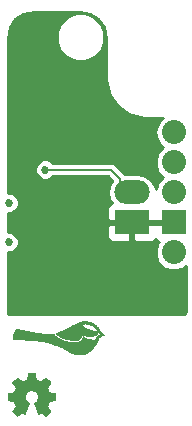
<source format=gbl>
G04 #@! TF.FileFunction,Copper,L2,Bot,Signal*
%FSLAX46Y46*%
G04 Gerber Fmt 4.6, Leading zero omitted, Abs format (unit mm)*
G04 Created by KiCad (PCBNEW 4.0.1-stable) date Friday, March 04, 2016 'AMt' 12:55:25 AM*
%MOMM*%
G01*
G04 APERTURE LIST*
%ADD10C,0.100000*%
%ADD11C,0.010000*%
%ADD12O,2.032000X2.032000*%
%ADD13C,2.032000*%
%ADD14R,2.032000X2.032000*%
%ADD15R,3.000000X2.032000*%
%ADD16O,3.000000X2.032000*%
%ADD17C,0.685800*%
%ADD18C,0.152400*%
%ADD19C,0.254000*%
G04 APERTURE END LIST*
D10*
D11*
G36*
X159058088Y-121189328D02*
X159020913Y-121189340D01*
X158988179Y-121189366D01*
X158959594Y-121189411D01*
X158934863Y-121189481D01*
X158913694Y-121189581D01*
X158895792Y-121189715D01*
X158880864Y-121189889D01*
X158868616Y-121190109D01*
X158858753Y-121190379D01*
X158850983Y-121190705D01*
X158845012Y-121191092D01*
X158840546Y-121191544D01*
X158837291Y-121192067D01*
X158834954Y-121192667D01*
X158833240Y-121193349D01*
X158831968Y-121194048D01*
X158825783Y-121199369D01*
X158821483Y-121205738D01*
X158821382Y-121205984D01*
X158820532Y-121209432D01*
X158818838Y-121217481D01*
X158816367Y-121229785D01*
X158813184Y-121245999D01*
X158809356Y-121265777D01*
X158804948Y-121288772D01*
X158800028Y-121314640D01*
X158794661Y-121343034D01*
X158788913Y-121373609D01*
X158782850Y-121406019D01*
X158776539Y-121439918D01*
X158773112Y-121458396D01*
X158766679Y-121493102D01*
X158760465Y-121526614D01*
X158754534Y-121558574D01*
X158748954Y-121588625D01*
X158743791Y-121616411D01*
X158739111Y-121641572D01*
X158734982Y-121663753D01*
X158731469Y-121682596D01*
X158728638Y-121697743D01*
X158726557Y-121708837D01*
X158725292Y-121715522D01*
X158724987Y-121717096D01*
X158724115Y-121721591D01*
X158723215Y-121725572D01*
X158721984Y-121729199D01*
X158720121Y-121732631D01*
X158717322Y-121736027D01*
X158713285Y-121739546D01*
X158707708Y-121743349D01*
X158700288Y-121747593D01*
X158690723Y-121752440D01*
X158678710Y-121758046D01*
X158663946Y-121764573D01*
X158646129Y-121772180D01*
X158624957Y-121781025D01*
X158600127Y-121791268D01*
X158571337Y-121803068D01*
X158538284Y-121816586D01*
X158528372Y-121820639D01*
X158493924Y-121834740D01*
X158463812Y-121847060D01*
X158437706Y-121857692D01*
X158415273Y-121866727D01*
X158396184Y-121874258D01*
X158380106Y-121880378D01*
X158366708Y-121885177D01*
X158355659Y-121888748D01*
X158346628Y-121891184D01*
X158339283Y-121892576D01*
X158333293Y-121893017D01*
X158328327Y-121892599D01*
X158324053Y-121891413D01*
X158320140Y-121889553D01*
X158316257Y-121887110D01*
X158312073Y-121884176D01*
X158308610Y-121881759D01*
X158304105Y-121878675D01*
X158295766Y-121872960D01*
X158283906Y-121864828D01*
X158268839Y-121854496D01*
X158250877Y-121842176D01*
X158230334Y-121828085D01*
X158207523Y-121812437D01*
X158182756Y-121795447D01*
X158156348Y-121777329D01*
X158128612Y-121758299D01*
X158099860Y-121738571D01*
X158088633Y-121730867D01*
X158055033Y-121707819D01*
X158025322Y-121687457D01*
X157999244Y-121669616D01*
X157976546Y-121654130D01*
X157956972Y-121640833D01*
X157940268Y-121629561D01*
X157926181Y-121620146D01*
X157914454Y-121612424D01*
X157904834Y-121606229D01*
X157897066Y-121601394D01*
X157890896Y-121597754D01*
X157886069Y-121595144D01*
X157882331Y-121593398D01*
X157879427Y-121592350D01*
X157877103Y-121591833D01*
X157875105Y-121591684D01*
X157874890Y-121591683D01*
X157863989Y-121591683D01*
X157677242Y-121778429D01*
X157647418Y-121808256D01*
X157620952Y-121834738D01*
X157597642Y-121858086D01*
X157577288Y-121878513D01*
X157559690Y-121896229D01*
X157544648Y-121911445D01*
X157531960Y-121924372D01*
X157521427Y-121935223D01*
X157512848Y-121944207D01*
X157506023Y-121951537D01*
X157500751Y-121957423D01*
X157496832Y-121962076D01*
X157494065Y-121965708D01*
X157492251Y-121968530D01*
X157491188Y-121970754D01*
X157490677Y-121972589D01*
X157490516Y-121974249D01*
X157490505Y-121975217D01*
X157491751Y-121984021D01*
X157494785Y-121992217D01*
X157495227Y-121992985D01*
X157497314Y-121996153D01*
X157502042Y-122003162D01*
X157509202Y-122013709D01*
X157518586Y-122027491D01*
X157529988Y-122044203D01*
X157543199Y-122063542D01*
X157558013Y-122085204D01*
X157574220Y-122108884D01*
X157591615Y-122134279D01*
X157609988Y-122161086D01*
X157629134Y-122188999D01*
X157631821Y-122192916D01*
X157651241Y-122221219D01*
X157670052Y-122248639D01*
X157688034Y-122274850D01*
X157704963Y-122299529D01*
X157720617Y-122322353D01*
X157734774Y-122342997D01*
X157747213Y-122361137D01*
X157757711Y-122376450D01*
X157766046Y-122388611D01*
X157771995Y-122397297D01*
X157775337Y-122402184D01*
X157775475Y-122402386D01*
X157778729Y-122407029D01*
X157781564Y-122411113D01*
X157783883Y-122414966D01*
X157785590Y-122418916D01*
X157786588Y-122423290D01*
X157786782Y-122428418D01*
X157786073Y-122434628D01*
X157784365Y-122442247D01*
X157781563Y-122451604D01*
X157777569Y-122463027D01*
X157772287Y-122476845D01*
X157765619Y-122493385D01*
X157757471Y-122512975D01*
X157747744Y-122535945D01*
X157736343Y-122562621D01*
X157723170Y-122593333D01*
X157710766Y-122622256D01*
X157698541Y-122650761D01*
X157686819Y-122678056D01*
X157675760Y-122703768D01*
X157665525Y-122727524D01*
X157656277Y-122748952D01*
X157648175Y-122767678D01*
X157641380Y-122783330D01*
X157636055Y-122795536D01*
X157632360Y-122803921D01*
X157630456Y-122808114D01*
X157630329Y-122808370D01*
X157625366Y-122815307D01*
X157618959Y-122821298D01*
X157618916Y-122821329D01*
X157617743Y-122822180D01*
X157616582Y-122822962D01*
X157615165Y-122823728D01*
X157613226Y-122824531D01*
X157610495Y-122825425D01*
X157606706Y-122826463D01*
X157601590Y-122827699D01*
X157594881Y-122829185D01*
X157586309Y-122830974D01*
X157575608Y-122833121D01*
X157562510Y-122835678D01*
X157546747Y-122838699D01*
X157528052Y-122842236D01*
X157506155Y-122846344D01*
X157480791Y-122851075D01*
X157451692Y-122856483D01*
X157418588Y-122862621D01*
X157381214Y-122869543D01*
X157339300Y-122877300D01*
X157315713Y-122881666D01*
X157285098Y-122887339D01*
X157255700Y-122892800D01*
X157227924Y-122897972D01*
X157202180Y-122902779D01*
X157178876Y-122907143D01*
X157158420Y-122910989D01*
X157141218Y-122914240D01*
X157127681Y-122916819D01*
X157118214Y-122918650D01*
X157113227Y-122919656D01*
X157112901Y-122919729D01*
X157104138Y-122922846D01*
X157096800Y-122927326D01*
X157095297Y-122928716D01*
X157089377Y-122935018D01*
X157088738Y-123198246D01*
X157088638Y-123240381D01*
X157088557Y-123277778D01*
X157088500Y-123310730D01*
X157088472Y-123339530D01*
X157088477Y-123364469D01*
X157088519Y-123385841D01*
X157088604Y-123403938D01*
X157088735Y-123419052D01*
X157088917Y-123431475D01*
X157089155Y-123441500D01*
X157089454Y-123449419D01*
X157089817Y-123455525D01*
X157090249Y-123460110D01*
X157090755Y-123463466D01*
X157091340Y-123465886D01*
X157092007Y-123467663D01*
X157092762Y-123469088D01*
X157092944Y-123469389D01*
X157099225Y-123476182D01*
X157106157Y-123480019D01*
X157110028Y-123480937D01*
X157118410Y-123482681D01*
X157130868Y-123485167D01*
X157146965Y-123488312D01*
X157166267Y-123492032D01*
X157188338Y-123496243D01*
X157212742Y-123500861D01*
X157239043Y-123505803D01*
X157266807Y-123510984D01*
X157277990Y-123513062D01*
X157323922Y-123521585D01*
X157365167Y-123529241D01*
X157401983Y-123536081D01*
X157434630Y-123542152D01*
X157463365Y-123547503D01*
X157488447Y-123552184D01*
X157510135Y-123556244D01*
X157528687Y-123559731D01*
X157544363Y-123562695D01*
X157557420Y-123565184D01*
X157568117Y-123567248D01*
X157576713Y-123568935D01*
X157583467Y-123570294D01*
X157588636Y-123571375D01*
X157592480Y-123572226D01*
X157595257Y-123572896D01*
X157597226Y-123573435D01*
X157597923Y-123573649D01*
X157605206Y-123577446D01*
X157611792Y-123583110D01*
X157612073Y-123583437D01*
X157613945Y-123586873D01*
X157617524Y-123594645D01*
X157622671Y-123606416D01*
X157629243Y-123621844D01*
X157637099Y-123640589D01*
X157646099Y-123662313D01*
X157656101Y-123686674D01*
X157666963Y-123713333D01*
X157678546Y-123741951D01*
X157690706Y-123772186D01*
X157696807Y-123787423D01*
X157710741Y-123822282D01*
X157722919Y-123852781D01*
X157733457Y-123879233D01*
X157742467Y-123901948D01*
X157750064Y-123921239D01*
X157756361Y-123937415D01*
X157761473Y-123950787D01*
X157765513Y-123961668D01*
X157768594Y-123970367D01*
X157770832Y-123977196D01*
X157772339Y-123982467D01*
X157773230Y-123986489D01*
X157773619Y-123989575D01*
X157773618Y-123992035D01*
X157773343Y-123994180D01*
X157773039Y-123995703D01*
X157772086Y-123998459D01*
X157770024Y-124002672D01*
X157766706Y-124008563D01*
X157761984Y-124016354D01*
X157755712Y-124026268D01*
X157747743Y-124038525D01*
X157737930Y-124053349D01*
X157726125Y-124070961D01*
X157712182Y-124091583D01*
X157695955Y-124115436D01*
X157677295Y-124142743D01*
X157656057Y-124173726D01*
X157632093Y-124208606D01*
X157631380Y-124209643D01*
X157611661Y-124238371D01*
X157592752Y-124266022D01*
X157574849Y-124292303D01*
X157558149Y-124316922D01*
X157542849Y-124339585D01*
X157529143Y-124360000D01*
X157517229Y-124377874D01*
X157507302Y-124392914D01*
X157499559Y-124404828D01*
X157494196Y-124413324D01*
X157491410Y-124418107D01*
X157491049Y-124418972D01*
X157490811Y-124426912D01*
X157491621Y-124432804D01*
X157493555Y-124435722D01*
X157498723Y-124441774D01*
X157507163Y-124451002D01*
X157518914Y-124463444D01*
X157534015Y-124479142D01*
X157552506Y-124498136D01*
X157574425Y-124520466D01*
X157599811Y-124546172D01*
X157628704Y-124575294D01*
X157661142Y-124607873D01*
X157674857Y-124621619D01*
X157700071Y-124646847D01*
X157724379Y-124671107D01*
X157747532Y-124694157D01*
X157769286Y-124715753D01*
X157789392Y-124735654D01*
X157807605Y-124753615D01*
X157823679Y-124769396D01*
X157837366Y-124782752D01*
X157848421Y-124793442D01*
X157856596Y-124801223D01*
X157861646Y-124805851D01*
X157863197Y-124807089D01*
X157873167Y-124810352D01*
X157883388Y-124809312D01*
X157894711Y-124803848D01*
X157896990Y-124802346D01*
X157900864Y-124799695D01*
X157908564Y-124794419D01*
X157919771Y-124786737D01*
X157934164Y-124776870D01*
X157951422Y-124765037D01*
X157971224Y-124751458D01*
X157993251Y-124736352D01*
X158017182Y-124719940D01*
X158042695Y-124702442D01*
X158069471Y-124684077D01*
X158094060Y-124667211D01*
X158121583Y-124648348D01*
X158148062Y-124630232D01*
X158173184Y-124613074D01*
X158196637Y-124597087D01*
X158218108Y-124582482D01*
X158237284Y-124569473D01*
X158253853Y-124558271D01*
X158267502Y-124549088D01*
X158277918Y-124542136D01*
X158284788Y-124537629D01*
X158287703Y-124535825D01*
X158299517Y-124532294D01*
X158305893Y-124532398D01*
X158310598Y-124533917D01*
X158319365Y-124537726D01*
X158331865Y-124543662D01*
X158347769Y-124551562D01*
X158366747Y-124561264D01*
X158388471Y-124572606D01*
X158405441Y-124581596D01*
X158429166Y-124594199D01*
X158448898Y-124604565D01*
X158465058Y-124612860D01*
X158478073Y-124619252D01*
X158488364Y-124623908D01*
X158496356Y-124626995D01*
X158502474Y-124628680D01*
X158507139Y-124629131D01*
X158510777Y-124628513D01*
X158513811Y-124626994D01*
X158516111Y-124625222D01*
X158517691Y-124622374D01*
X158521115Y-124615011D01*
X158526325Y-124603274D01*
X158533263Y-124587305D01*
X158541867Y-124567245D01*
X158552080Y-124543234D01*
X158563841Y-124515413D01*
X158577092Y-124483924D01*
X158591773Y-124448906D01*
X158607825Y-124410501D01*
X158625188Y-124368850D01*
X158643804Y-124324094D01*
X158663612Y-124276374D01*
X158684554Y-124225830D01*
X158701412Y-124185080D01*
X158723293Y-124132154D01*
X158743328Y-124083674D01*
X158761597Y-124039444D01*
X158778179Y-123999263D01*
X158793155Y-123962932D01*
X158806604Y-123930253D01*
X158818605Y-123901026D01*
X158829237Y-123875052D01*
X158838581Y-123852131D01*
X158846715Y-123832066D01*
X158853720Y-123814657D01*
X158859675Y-123799704D01*
X158864658Y-123787009D01*
X158868751Y-123776373D01*
X158872032Y-123767595D01*
X158874581Y-123760478D01*
X158876478Y-123754823D01*
X158877801Y-123750429D01*
X158878631Y-123747099D01*
X158879047Y-123744632D01*
X158879129Y-123742830D01*
X158878955Y-123741494D01*
X158878801Y-123740950D01*
X158876401Y-123735298D01*
X158872758Y-123730243D01*
X158867088Y-123725085D01*
X158858605Y-123719125D01*
X158846525Y-123711663D01*
X158844743Y-123710602D01*
X158832865Y-123703219D01*
X158819948Y-123694680D01*
X158808509Y-123686656D01*
X158807020Y-123685558D01*
X158797351Y-123678368D01*
X158785428Y-123669506D01*
X158773037Y-123660299D01*
X158765525Y-123654719D01*
X158724275Y-123620988D01*
X158686484Y-123583697D01*
X158652402Y-123543121D01*
X158622276Y-123499533D01*
X158616476Y-123490024D01*
X158593699Y-123447314D01*
X158574372Y-123401638D01*
X158558827Y-123353973D01*
X158547393Y-123305300D01*
X158541768Y-123269155D01*
X158540170Y-123250627D01*
X158539306Y-123228600D01*
X158539150Y-123204549D01*
X158539679Y-123179948D01*
X158540871Y-123156271D01*
X158542700Y-123134991D01*
X158544086Y-123124045D01*
X158554253Y-123071737D01*
X158569004Y-123021214D01*
X158588161Y-122972723D01*
X158611544Y-122926508D01*
X158638976Y-122882817D01*
X158670276Y-122841897D01*
X158705268Y-122803992D01*
X158743771Y-122769350D01*
X158785607Y-122738217D01*
X158830597Y-122710840D01*
X158852023Y-122699712D01*
X158899354Y-122678956D01*
X158947538Y-122662984D01*
X158996956Y-122651707D01*
X159047990Y-122645039D01*
X159100000Y-122642891D01*
X159145157Y-122644365D01*
X159187525Y-122648928D01*
X159228438Y-122656788D01*
X159269231Y-122668152D01*
X159276040Y-122670378D01*
X159325295Y-122689370D01*
X159372148Y-122712596D01*
X159416357Y-122739815D01*
X159457681Y-122770788D01*
X159495878Y-122805275D01*
X159530705Y-122843036D01*
X159561922Y-122883832D01*
X159589286Y-122927422D01*
X159612555Y-122973567D01*
X159631488Y-123022026D01*
X159631926Y-123023329D01*
X159643093Y-123060050D01*
X159651334Y-123095126D01*
X159656898Y-123130130D01*
X159660035Y-123166637D01*
X159660996Y-123206084D01*
X159660010Y-123243824D01*
X159656943Y-123278572D01*
X159651524Y-123312030D01*
X159643479Y-123345900D01*
X159633244Y-123379742D01*
X159614300Y-123429412D01*
X159591005Y-123476635D01*
X159563510Y-123521205D01*
X159531962Y-123562917D01*
X159496510Y-123601564D01*
X159457303Y-123636943D01*
X159434476Y-123654723D01*
X159423319Y-123662991D01*
X159412037Y-123671394D01*
X159402162Y-123678788D01*
X159396753Y-123682869D01*
X159388530Y-123688763D01*
X159377668Y-123696081D01*
X159365866Y-123703693D01*
X159359030Y-123707937D01*
X159345831Y-123716145D01*
X159336314Y-123722542D01*
X159329759Y-123727755D01*
X159325450Y-123732410D01*
X159322667Y-123737134D01*
X159321195Y-123740963D01*
X159320925Y-123742144D01*
X159320869Y-123743689D01*
X159321108Y-123745799D01*
X159321720Y-123748672D01*
X159322786Y-123752506D01*
X159324385Y-123757503D01*
X159326596Y-123763860D01*
X159329499Y-123771776D01*
X159333174Y-123781451D01*
X159337700Y-123793084D01*
X159343156Y-123806874D01*
X159349623Y-123823020D01*
X159357179Y-123841722D01*
X159365904Y-123863177D01*
X159375879Y-123887586D01*
X159387181Y-123915148D01*
X159399892Y-123946061D01*
X159414089Y-123980526D01*
X159429854Y-124018740D01*
X159447265Y-124060903D01*
X159466402Y-124107214D01*
X159487345Y-124157873D01*
X159498600Y-124185093D01*
X159520160Y-124237188D01*
X159540674Y-124286673D01*
X159560082Y-124333400D01*
X159578320Y-124377222D01*
X159595326Y-124417990D01*
X159611040Y-124455558D01*
X159625397Y-124489776D01*
X159638336Y-124520499D01*
X159649795Y-124547577D01*
X159659712Y-124570864D01*
X159668024Y-124590211D01*
X159674669Y-124605471D01*
X159679585Y-124616495D01*
X159682710Y-124623138D01*
X159683906Y-124625222D01*
X159690245Y-124628499D01*
X159696575Y-124629623D01*
X159701132Y-124628370D01*
X159709986Y-124624631D01*
X159723076Y-124618434D01*
X159740345Y-124609809D01*
X159761731Y-124598785D01*
X159787177Y-124585390D01*
X159793747Y-124581898D01*
X159813566Y-124571410D01*
X159832263Y-124561640D01*
X159849316Y-124552852D01*
X159864202Y-124545310D01*
X159876397Y-124539279D01*
X159885378Y-124535022D01*
X159890623Y-124532804D01*
X159891425Y-124532569D01*
X159899854Y-124532265D01*
X159907221Y-124533666D01*
X159910416Y-124535468D01*
X159917440Y-124539915D01*
X159927981Y-124546797D01*
X159941729Y-124555905D01*
X159958370Y-124567028D01*
X159977593Y-124579958D01*
X159999086Y-124594484D01*
X160022537Y-124610396D01*
X160047635Y-124627486D01*
X160074067Y-124645542D01*
X160097845Y-124661834D01*
X160125465Y-124680782D01*
X160152206Y-124699127D01*
X160177735Y-124716639D01*
X160201719Y-124733089D01*
X160223823Y-124748249D01*
X160243715Y-124761890D01*
X160261060Y-124773784D01*
X160275525Y-124783700D01*
X160286777Y-124791411D01*
X160294480Y-124796688D01*
X160297857Y-124798997D01*
X160309920Y-124806348D01*
X160319716Y-124810042D01*
X160328244Y-124810249D01*
X160336501Y-124807140D01*
X160338565Y-124805912D01*
X160341364Y-124803496D01*
X160347461Y-124797759D01*
X160356606Y-124788946D01*
X160368552Y-124777303D01*
X160383049Y-124763076D01*
X160399849Y-124746510D01*
X160418703Y-124727851D01*
X160439362Y-124707345D01*
X160461577Y-124685237D01*
X160485100Y-124661772D01*
X160509682Y-124637196D01*
X160526401Y-124620451D01*
X160560136Y-124586593D01*
X160590310Y-124556208D01*
X160616961Y-124529257D01*
X160640126Y-124505702D01*
X160659845Y-124485503D01*
X160676155Y-124468619D01*
X160689095Y-124455013D01*
X160698703Y-124444645D01*
X160705016Y-124437474D01*
X160708074Y-124433463D01*
X160708380Y-124432804D01*
X160709280Y-124424838D01*
X160708965Y-124418972D01*
X160707408Y-124415961D01*
X160703186Y-124409106D01*
X160696496Y-124398700D01*
X160687532Y-124385035D01*
X160676492Y-124368405D01*
X160663572Y-124349102D01*
X160648968Y-124327418D01*
X160632876Y-124303647D01*
X160615493Y-124278081D01*
X160597014Y-124251013D01*
X160577636Y-124222735D01*
X160568640Y-124209643D01*
X160544589Y-124174639D01*
X160523267Y-124143539D01*
X160504530Y-124116121D01*
X160488229Y-124092165D01*
X160474219Y-124071447D01*
X160462352Y-124053747D01*
X160452482Y-124038844D01*
X160444461Y-124026515D01*
X160438144Y-124016539D01*
X160433384Y-124008694D01*
X160430033Y-124002759D01*
X160427946Y-123998513D01*
X160426975Y-123995733D01*
X160426968Y-123995703D01*
X160426564Y-123993591D01*
X160426352Y-123991390D01*
X160426447Y-123988789D01*
X160426963Y-123985475D01*
X160428013Y-123981139D01*
X160429711Y-123975468D01*
X160432171Y-123968151D01*
X160435508Y-123958877D01*
X160439834Y-123947335D01*
X160445264Y-123933213D01*
X160451913Y-123916201D01*
X160459893Y-123895986D01*
X160469318Y-123872258D01*
X160480304Y-123844705D01*
X160492962Y-123813017D01*
X160503095Y-123787669D01*
X160515140Y-123757618D01*
X160526744Y-123728812D01*
X160537761Y-123701606D01*
X160548043Y-123676358D01*
X160557444Y-123653425D01*
X160565815Y-123633164D01*
X160573011Y-123615931D01*
X160578883Y-123602083D01*
X160583284Y-123591977D01*
X160586068Y-123585970D01*
X160586912Y-123584467D01*
X160593162Y-123578611D01*
X160599903Y-123574588D01*
X160603441Y-123573678D01*
X160611575Y-123571925D01*
X160623952Y-123569397D01*
X160640221Y-123566162D01*
X160660030Y-123562289D01*
X160683027Y-123557844D01*
X160708861Y-123552896D01*
X160737180Y-123547512D01*
X160767633Y-123541761D01*
X160799867Y-123535710D01*
X160833532Y-123529427D01*
X160846565Y-123527004D01*
X160880693Y-123520655D01*
X160913535Y-123514523D01*
X160944739Y-123508675D01*
X160973951Y-123503179D01*
X161000819Y-123498101D01*
X161024989Y-123493509D01*
X161046110Y-123489469D01*
X161063829Y-123486049D01*
X161077792Y-123483316D01*
X161087648Y-123481337D01*
X161093042Y-123480179D01*
X161093843Y-123479970D01*
X161101755Y-123475394D01*
X161107057Y-123469389D01*
X161107832Y-123468002D01*
X161108519Y-123466330D01*
X161109121Y-123464080D01*
X161109645Y-123460959D01*
X161110093Y-123456675D01*
X161110471Y-123450936D01*
X161110784Y-123443449D01*
X161111035Y-123433921D01*
X161111229Y-123422061D01*
X161111372Y-123407577D01*
X161111466Y-123390175D01*
X161111518Y-123369563D01*
X161111530Y-123345449D01*
X161111509Y-123317540D01*
X161111459Y-123285545D01*
X161111383Y-123249170D01*
X161111287Y-123208123D01*
X161111263Y-123198246D01*
X161110624Y-122935018D01*
X161104629Y-122928637D01*
X161103751Y-122927558D01*
X161103137Y-122926630D01*
X161102508Y-122925794D01*
X161101588Y-122924993D01*
X161100099Y-122924170D01*
X161097765Y-122923267D01*
X161094308Y-122922228D01*
X161089450Y-122920993D01*
X161082915Y-122919507D01*
X161074425Y-122917712D01*
X161063703Y-122915550D01*
X161050472Y-122912964D01*
X161034454Y-122909897D01*
X161015373Y-122906290D01*
X160992951Y-122902087D01*
X160966911Y-122897231D01*
X160936975Y-122891663D01*
X160902867Y-122885327D01*
X160864309Y-122878165D01*
X160830967Y-122871969D01*
X160790106Y-122864373D01*
X160753896Y-122857633D01*
X160722048Y-122851678D01*
X160694270Y-122846438D01*
X160670271Y-122841841D01*
X160649760Y-122837816D01*
X160632445Y-122834294D01*
X160618036Y-122831202D01*
X160606241Y-122828470D01*
X160596768Y-122826027D01*
X160589328Y-122823802D01*
X160583628Y-122821724D01*
X160579378Y-122819723D01*
X160576286Y-122817728D01*
X160574062Y-122815667D01*
X160572413Y-122813470D01*
X160571049Y-122811066D01*
X160569679Y-122808384D01*
X160569672Y-122808370D01*
X160568068Y-122804878D01*
X160564646Y-122797134D01*
X160559569Y-122785510D01*
X160552998Y-122770381D01*
X160545093Y-122752119D01*
X160536015Y-122731096D01*
X160525927Y-122707685D01*
X160514988Y-122682259D01*
X160503360Y-122655190D01*
X160491205Y-122626853D01*
X160489235Y-122622256D01*
X160474512Y-122587931D01*
X160461642Y-122557914D01*
X160450526Y-122531878D01*
X160441069Y-122509494D01*
X160433174Y-122490435D01*
X160426744Y-122474371D01*
X160421683Y-122460975D01*
X160417893Y-122449918D01*
X160415279Y-122440873D01*
X160413744Y-122433511D01*
X160413191Y-122427503D01*
X160413523Y-122422522D01*
X160414644Y-122418240D01*
X160416457Y-122414328D01*
X160418866Y-122410457D01*
X160421774Y-122406301D01*
X160424506Y-122402386D01*
X160427631Y-122397811D01*
X160433382Y-122389410D01*
X160441537Y-122377505D01*
X160451878Y-122362415D01*
X160464184Y-122344463D01*
X160478234Y-122323969D01*
X160493809Y-122301255D01*
X160510688Y-122276642D01*
X160528652Y-122250451D01*
X160547479Y-122223003D01*
X160566950Y-122194620D01*
X160569970Y-122190217D01*
X160589293Y-122162039D01*
X160607840Y-122134966D01*
X160625408Y-122109298D01*
X160641794Y-122085329D01*
X160656798Y-122063359D01*
X160670215Y-122043683D01*
X160681843Y-122026599D01*
X160691480Y-122012404D01*
X160698923Y-122001394D01*
X160703970Y-121993867D01*
X160706418Y-121990120D01*
X160706593Y-121989823D01*
X160708557Y-121983596D01*
X160709493Y-121975669D01*
X160709505Y-121974753D01*
X160709424Y-121973141D01*
X160709045Y-121971404D01*
X160708169Y-121969332D01*
X160706595Y-121966714D01*
X160704123Y-121963339D01*
X160700552Y-121958996D01*
X160695682Y-121953476D01*
X160689314Y-121946567D01*
X160681246Y-121938059D01*
X160671277Y-121927740D01*
X160659209Y-121915402D01*
X160644840Y-121900832D01*
X160627969Y-121883820D01*
X160608398Y-121864155D01*
X160585924Y-121841628D01*
X160560348Y-121816027D01*
X160531470Y-121787141D01*
X160522759Y-121778429D01*
X160336012Y-121591683D01*
X160325028Y-121591683D01*
X160323631Y-121591594D01*
X160322509Y-121591417D01*
X160321457Y-121591286D01*
X160320273Y-121591335D01*
X160318753Y-121591700D01*
X160316695Y-121592514D01*
X160313895Y-121593912D01*
X160310149Y-121596028D01*
X160305256Y-121598997D01*
X160299011Y-121602953D01*
X160291211Y-121608030D01*
X160281654Y-121614364D01*
X160270136Y-121622087D01*
X160256454Y-121631336D01*
X160240405Y-121642243D01*
X160221785Y-121654944D01*
X160200392Y-121669574D01*
X160176022Y-121686265D01*
X160148472Y-121705153D01*
X160117540Y-121726373D01*
X160083021Y-121750058D01*
X160044713Y-121776344D01*
X160011967Y-121798809D01*
X159984669Y-121817530D01*
X159961196Y-121833605D01*
X159941228Y-121847235D01*
X159924444Y-121858622D01*
X159910525Y-121867967D01*
X159899149Y-121875472D01*
X159889997Y-121881339D01*
X159882747Y-121885769D01*
X159877081Y-121888963D01*
X159872677Y-121891124D01*
X159869214Y-121892454D01*
X159866373Y-121893152D01*
X159863834Y-121893422D01*
X159861549Y-121893465D01*
X159858594Y-121893229D01*
X159854602Y-121892441D01*
X159849258Y-121890979D01*
X159842245Y-121888723D01*
X159833246Y-121885553D01*
X159821946Y-121881347D01*
X159808028Y-121875985D01*
X159791176Y-121869345D01*
X159771073Y-121861308D01*
X159747404Y-121851752D01*
X159719852Y-121840556D01*
X159688100Y-121827600D01*
X159673859Y-121821777D01*
X159645554Y-121810172D01*
X159618505Y-121799031D01*
X159593088Y-121788511D01*
X159569681Y-121778772D01*
X159548659Y-121769970D01*
X159530399Y-121762266D01*
X159515278Y-121755816D01*
X159503673Y-121750779D01*
X159495959Y-121747313D01*
X159492514Y-121745577D01*
X159492473Y-121745547D01*
X159490215Y-121743863D01*
X159488170Y-121742155D01*
X159486271Y-121740136D01*
X159484453Y-121737517D01*
X159482649Y-121734014D01*
X159480793Y-121729338D01*
X159478819Y-121723203D01*
X159476661Y-121715322D01*
X159474253Y-121705407D01*
X159471529Y-121693173D01*
X159468423Y-121678331D01*
X159464869Y-121660596D01*
X159460800Y-121639680D01*
X159456151Y-121615296D01*
X159450856Y-121587158D01*
X159444848Y-121554977D01*
X159438061Y-121518468D01*
X159430430Y-121477344D01*
X159429229Y-121470869D01*
X159422643Y-121435447D01*
X159416272Y-121401329D01*
X159410181Y-121368850D01*
X159404433Y-121338348D01*
X159399093Y-121310159D01*
X159394226Y-121284620D01*
X159389895Y-121262068D01*
X159386166Y-121242838D01*
X159383102Y-121227269D01*
X159380767Y-121215695D01*
X159379227Y-121208455D01*
X159378600Y-121205984D01*
X159374451Y-121199638D01*
X159368299Y-121194214D01*
X159368032Y-121194048D01*
X159366632Y-121193288D01*
X159364877Y-121192614D01*
X159362474Y-121192020D01*
X159359128Y-121191503D01*
X159354546Y-121191056D01*
X159348435Y-121190675D01*
X159340499Y-121190354D01*
X159330447Y-121190089D01*
X159317983Y-121189873D01*
X159302815Y-121189702D01*
X159284649Y-121189571D01*
X159263190Y-121189474D01*
X159238145Y-121189406D01*
X159209221Y-121189363D01*
X159176124Y-121189338D01*
X159138559Y-121189328D01*
X159100000Y-121189325D01*
X159058088Y-121189328D01*
X159058088Y-121189328D01*
G37*
X159058088Y-121189328D02*
X159020913Y-121189340D01*
X158988179Y-121189366D01*
X158959594Y-121189411D01*
X158934863Y-121189481D01*
X158913694Y-121189581D01*
X158895792Y-121189715D01*
X158880864Y-121189889D01*
X158868616Y-121190109D01*
X158858753Y-121190379D01*
X158850983Y-121190705D01*
X158845012Y-121191092D01*
X158840546Y-121191544D01*
X158837291Y-121192067D01*
X158834954Y-121192667D01*
X158833240Y-121193349D01*
X158831968Y-121194048D01*
X158825783Y-121199369D01*
X158821483Y-121205738D01*
X158821382Y-121205984D01*
X158820532Y-121209432D01*
X158818838Y-121217481D01*
X158816367Y-121229785D01*
X158813184Y-121245999D01*
X158809356Y-121265777D01*
X158804948Y-121288772D01*
X158800028Y-121314640D01*
X158794661Y-121343034D01*
X158788913Y-121373609D01*
X158782850Y-121406019D01*
X158776539Y-121439918D01*
X158773112Y-121458396D01*
X158766679Y-121493102D01*
X158760465Y-121526614D01*
X158754534Y-121558574D01*
X158748954Y-121588625D01*
X158743791Y-121616411D01*
X158739111Y-121641572D01*
X158734982Y-121663753D01*
X158731469Y-121682596D01*
X158728638Y-121697743D01*
X158726557Y-121708837D01*
X158725292Y-121715522D01*
X158724987Y-121717096D01*
X158724115Y-121721591D01*
X158723215Y-121725572D01*
X158721984Y-121729199D01*
X158720121Y-121732631D01*
X158717322Y-121736027D01*
X158713285Y-121739546D01*
X158707708Y-121743349D01*
X158700288Y-121747593D01*
X158690723Y-121752440D01*
X158678710Y-121758046D01*
X158663946Y-121764573D01*
X158646129Y-121772180D01*
X158624957Y-121781025D01*
X158600127Y-121791268D01*
X158571337Y-121803068D01*
X158538284Y-121816586D01*
X158528372Y-121820639D01*
X158493924Y-121834740D01*
X158463812Y-121847060D01*
X158437706Y-121857692D01*
X158415273Y-121866727D01*
X158396184Y-121874258D01*
X158380106Y-121880378D01*
X158366708Y-121885177D01*
X158355659Y-121888748D01*
X158346628Y-121891184D01*
X158339283Y-121892576D01*
X158333293Y-121893017D01*
X158328327Y-121892599D01*
X158324053Y-121891413D01*
X158320140Y-121889553D01*
X158316257Y-121887110D01*
X158312073Y-121884176D01*
X158308610Y-121881759D01*
X158304105Y-121878675D01*
X158295766Y-121872960D01*
X158283906Y-121864828D01*
X158268839Y-121854496D01*
X158250877Y-121842176D01*
X158230334Y-121828085D01*
X158207523Y-121812437D01*
X158182756Y-121795447D01*
X158156348Y-121777329D01*
X158128612Y-121758299D01*
X158099860Y-121738571D01*
X158088633Y-121730867D01*
X158055033Y-121707819D01*
X158025322Y-121687457D01*
X157999244Y-121669616D01*
X157976546Y-121654130D01*
X157956972Y-121640833D01*
X157940268Y-121629561D01*
X157926181Y-121620146D01*
X157914454Y-121612424D01*
X157904834Y-121606229D01*
X157897066Y-121601394D01*
X157890896Y-121597754D01*
X157886069Y-121595144D01*
X157882331Y-121593398D01*
X157879427Y-121592350D01*
X157877103Y-121591833D01*
X157875105Y-121591684D01*
X157874890Y-121591683D01*
X157863989Y-121591683D01*
X157677242Y-121778429D01*
X157647418Y-121808256D01*
X157620952Y-121834738D01*
X157597642Y-121858086D01*
X157577288Y-121878513D01*
X157559690Y-121896229D01*
X157544648Y-121911445D01*
X157531960Y-121924372D01*
X157521427Y-121935223D01*
X157512848Y-121944207D01*
X157506023Y-121951537D01*
X157500751Y-121957423D01*
X157496832Y-121962076D01*
X157494065Y-121965708D01*
X157492251Y-121968530D01*
X157491188Y-121970754D01*
X157490677Y-121972589D01*
X157490516Y-121974249D01*
X157490505Y-121975217D01*
X157491751Y-121984021D01*
X157494785Y-121992217D01*
X157495227Y-121992985D01*
X157497314Y-121996153D01*
X157502042Y-122003162D01*
X157509202Y-122013709D01*
X157518586Y-122027491D01*
X157529988Y-122044203D01*
X157543199Y-122063542D01*
X157558013Y-122085204D01*
X157574220Y-122108884D01*
X157591615Y-122134279D01*
X157609988Y-122161086D01*
X157629134Y-122188999D01*
X157631821Y-122192916D01*
X157651241Y-122221219D01*
X157670052Y-122248639D01*
X157688034Y-122274850D01*
X157704963Y-122299529D01*
X157720617Y-122322353D01*
X157734774Y-122342997D01*
X157747213Y-122361137D01*
X157757711Y-122376450D01*
X157766046Y-122388611D01*
X157771995Y-122397297D01*
X157775337Y-122402184D01*
X157775475Y-122402386D01*
X157778729Y-122407029D01*
X157781564Y-122411113D01*
X157783883Y-122414966D01*
X157785590Y-122418916D01*
X157786588Y-122423290D01*
X157786782Y-122428418D01*
X157786073Y-122434628D01*
X157784365Y-122442247D01*
X157781563Y-122451604D01*
X157777569Y-122463027D01*
X157772287Y-122476845D01*
X157765619Y-122493385D01*
X157757471Y-122512975D01*
X157747744Y-122535945D01*
X157736343Y-122562621D01*
X157723170Y-122593333D01*
X157710766Y-122622256D01*
X157698541Y-122650761D01*
X157686819Y-122678056D01*
X157675760Y-122703768D01*
X157665525Y-122727524D01*
X157656277Y-122748952D01*
X157648175Y-122767678D01*
X157641380Y-122783330D01*
X157636055Y-122795536D01*
X157632360Y-122803921D01*
X157630456Y-122808114D01*
X157630329Y-122808370D01*
X157625366Y-122815307D01*
X157618959Y-122821298D01*
X157618916Y-122821329D01*
X157617743Y-122822180D01*
X157616582Y-122822962D01*
X157615165Y-122823728D01*
X157613226Y-122824531D01*
X157610495Y-122825425D01*
X157606706Y-122826463D01*
X157601590Y-122827699D01*
X157594881Y-122829185D01*
X157586309Y-122830974D01*
X157575608Y-122833121D01*
X157562510Y-122835678D01*
X157546747Y-122838699D01*
X157528052Y-122842236D01*
X157506155Y-122846344D01*
X157480791Y-122851075D01*
X157451692Y-122856483D01*
X157418588Y-122862621D01*
X157381214Y-122869543D01*
X157339300Y-122877300D01*
X157315713Y-122881666D01*
X157285098Y-122887339D01*
X157255700Y-122892800D01*
X157227924Y-122897972D01*
X157202180Y-122902779D01*
X157178876Y-122907143D01*
X157158420Y-122910989D01*
X157141218Y-122914240D01*
X157127681Y-122916819D01*
X157118214Y-122918650D01*
X157113227Y-122919656D01*
X157112901Y-122919729D01*
X157104138Y-122922846D01*
X157096800Y-122927326D01*
X157095297Y-122928716D01*
X157089377Y-122935018D01*
X157088738Y-123198246D01*
X157088638Y-123240381D01*
X157088557Y-123277778D01*
X157088500Y-123310730D01*
X157088472Y-123339530D01*
X157088477Y-123364469D01*
X157088519Y-123385841D01*
X157088604Y-123403938D01*
X157088735Y-123419052D01*
X157088917Y-123431475D01*
X157089155Y-123441500D01*
X157089454Y-123449419D01*
X157089817Y-123455525D01*
X157090249Y-123460110D01*
X157090755Y-123463466D01*
X157091340Y-123465886D01*
X157092007Y-123467663D01*
X157092762Y-123469088D01*
X157092944Y-123469389D01*
X157099225Y-123476182D01*
X157106157Y-123480019D01*
X157110028Y-123480937D01*
X157118410Y-123482681D01*
X157130868Y-123485167D01*
X157146965Y-123488312D01*
X157166267Y-123492032D01*
X157188338Y-123496243D01*
X157212742Y-123500861D01*
X157239043Y-123505803D01*
X157266807Y-123510984D01*
X157277990Y-123513062D01*
X157323922Y-123521585D01*
X157365167Y-123529241D01*
X157401983Y-123536081D01*
X157434630Y-123542152D01*
X157463365Y-123547503D01*
X157488447Y-123552184D01*
X157510135Y-123556244D01*
X157528687Y-123559731D01*
X157544363Y-123562695D01*
X157557420Y-123565184D01*
X157568117Y-123567248D01*
X157576713Y-123568935D01*
X157583467Y-123570294D01*
X157588636Y-123571375D01*
X157592480Y-123572226D01*
X157595257Y-123572896D01*
X157597226Y-123573435D01*
X157597923Y-123573649D01*
X157605206Y-123577446D01*
X157611792Y-123583110D01*
X157612073Y-123583437D01*
X157613945Y-123586873D01*
X157617524Y-123594645D01*
X157622671Y-123606416D01*
X157629243Y-123621844D01*
X157637099Y-123640589D01*
X157646099Y-123662313D01*
X157656101Y-123686674D01*
X157666963Y-123713333D01*
X157678546Y-123741951D01*
X157690706Y-123772186D01*
X157696807Y-123787423D01*
X157710741Y-123822282D01*
X157722919Y-123852781D01*
X157733457Y-123879233D01*
X157742467Y-123901948D01*
X157750064Y-123921239D01*
X157756361Y-123937415D01*
X157761473Y-123950787D01*
X157765513Y-123961668D01*
X157768594Y-123970367D01*
X157770832Y-123977196D01*
X157772339Y-123982467D01*
X157773230Y-123986489D01*
X157773619Y-123989575D01*
X157773618Y-123992035D01*
X157773343Y-123994180D01*
X157773039Y-123995703D01*
X157772086Y-123998459D01*
X157770024Y-124002672D01*
X157766706Y-124008563D01*
X157761984Y-124016354D01*
X157755712Y-124026268D01*
X157747743Y-124038525D01*
X157737930Y-124053349D01*
X157726125Y-124070961D01*
X157712182Y-124091583D01*
X157695955Y-124115436D01*
X157677295Y-124142743D01*
X157656057Y-124173726D01*
X157632093Y-124208606D01*
X157631380Y-124209643D01*
X157611661Y-124238371D01*
X157592752Y-124266022D01*
X157574849Y-124292303D01*
X157558149Y-124316922D01*
X157542849Y-124339585D01*
X157529143Y-124360000D01*
X157517229Y-124377874D01*
X157507302Y-124392914D01*
X157499559Y-124404828D01*
X157494196Y-124413324D01*
X157491410Y-124418107D01*
X157491049Y-124418972D01*
X157490811Y-124426912D01*
X157491621Y-124432804D01*
X157493555Y-124435722D01*
X157498723Y-124441774D01*
X157507163Y-124451002D01*
X157518914Y-124463444D01*
X157534015Y-124479142D01*
X157552506Y-124498136D01*
X157574425Y-124520466D01*
X157599811Y-124546172D01*
X157628704Y-124575294D01*
X157661142Y-124607873D01*
X157674857Y-124621619D01*
X157700071Y-124646847D01*
X157724379Y-124671107D01*
X157747532Y-124694157D01*
X157769286Y-124715753D01*
X157789392Y-124735654D01*
X157807605Y-124753615D01*
X157823679Y-124769396D01*
X157837366Y-124782752D01*
X157848421Y-124793442D01*
X157856596Y-124801223D01*
X157861646Y-124805851D01*
X157863197Y-124807089D01*
X157873167Y-124810352D01*
X157883388Y-124809312D01*
X157894711Y-124803848D01*
X157896990Y-124802346D01*
X157900864Y-124799695D01*
X157908564Y-124794419D01*
X157919771Y-124786737D01*
X157934164Y-124776870D01*
X157951422Y-124765037D01*
X157971224Y-124751458D01*
X157993251Y-124736352D01*
X158017182Y-124719940D01*
X158042695Y-124702442D01*
X158069471Y-124684077D01*
X158094060Y-124667211D01*
X158121583Y-124648348D01*
X158148062Y-124630232D01*
X158173184Y-124613074D01*
X158196637Y-124597087D01*
X158218108Y-124582482D01*
X158237284Y-124569473D01*
X158253853Y-124558271D01*
X158267502Y-124549088D01*
X158277918Y-124542136D01*
X158284788Y-124537629D01*
X158287703Y-124535825D01*
X158299517Y-124532294D01*
X158305893Y-124532398D01*
X158310598Y-124533917D01*
X158319365Y-124537726D01*
X158331865Y-124543662D01*
X158347769Y-124551562D01*
X158366747Y-124561264D01*
X158388471Y-124572606D01*
X158405441Y-124581596D01*
X158429166Y-124594199D01*
X158448898Y-124604565D01*
X158465058Y-124612860D01*
X158478073Y-124619252D01*
X158488364Y-124623908D01*
X158496356Y-124626995D01*
X158502474Y-124628680D01*
X158507139Y-124629131D01*
X158510777Y-124628513D01*
X158513811Y-124626994D01*
X158516111Y-124625222D01*
X158517691Y-124622374D01*
X158521115Y-124615011D01*
X158526325Y-124603274D01*
X158533263Y-124587305D01*
X158541867Y-124567245D01*
X158552080Y-124543234D01*
X158563841Y-124515413D01*
X158577092Y-124483924D01*
X158591773Y-124448906D01*
X158607825Y-124410501D01*
X158625188Y-124368850D01*
X158643804Y-124324094D01*
X158663612Y-124276374D01*
X158684554Y-124225830D01*
X158701412Y-124185080D01*
X158723293Y-124132154D01*
X158743328Y-124083674D01*
X158761597Y-124039444D01*
X158778179Y-123999263D01*
X158793155Y-123962932D01*
X158806604Y-123930253D01*
X158818605Y-123901026D01*
X158829237Y-123875052D01*
X158838581Y-123852131D01*
X158846715Y-123832066D01*
X158853720Y-123814657D01*
X158859675Y-123799704D01*
X158864658Y-123787009D01*
X158868751Y-123776373D01*
X158872032Y-123767595D01*
X158874581Y-123760478D01*
X158876478Y-123754823D01*
X158877801Y-123750429D01*
X158878631Y-123747099D01*
X158879047Y-123744632D01*
X158879129Y-123742830D01*
X158878955Y-123741494D01*
X158878801Y-123740950D01*
X158876401Y-123735298D01*
X158872758Y-123730243D01*
X158867088Y-123725085D01*
X158858605Y-123719125D01*
X158846525Y-123711663D01*
X158844743Y-123710602D01*
X158832865Y-123703219D01*
X158819948Y-123694680D01*
X158808509Y-123686656D01*
X158807020Y-123685558D01*
X158797351Y-123678368D01*
X158785428Y-123669506D01*
X158773037Y-123660299D01*
X158765525Y-123654719D01*
X158724275Y-123620988D01*
X158686484Y-123583697D01*
X158652402Y-123543121D01*
X158622276Y-123499533D01*
X158616476Y-123490024D01*
X158593699Y-123447314D01*
X158574372Y-123401638D01*
X158558827Y-123353973D01*
X158547393Y-123305300D01*
X158541768Y-123269155D01*
X158540170Y-123250627D01*
X158539306Y-123228600D01*
X158539150Y-123204549D01*
X158539679Y-123179948D01*
X158540871Y-123156271D01*
X158542700Y-123134991D01*
X158544086Y-123124045D01*
X158554253Y-123071737D01*
X158569004Y-123021214D01*
X158588161Y-122972723D01*
X158611544Y-122926508D01*
X158638976Y-122882817D01*
X158670276Y-122841897D01*
X158705268Y-122803992D01*
X158743771Y-122769350D01*
X158785607Y-122738217D01*
X158830597Y-122710840D01*
X158852023Y-122699712D01*
X158899354Y-122678956D01*
X158947538Y-122662984D01*
X158996956Y-122651707D01*
X159047990Y-122645039D01*
X159100000Y-122642891D01*
X159145157Y-122644365D01*
X159187525Y-122648928D01*
X159228438Y-122656788D01*
X159269231Y-122668152D01*
X159276040Y-122670378D01*
X159325295Y-122689370D01*
X159372148Y-122712596D01*
X159416357Y-122739815D01*
X159457681Y-122770788D01*
X159495878Y-122805275D01*
X159530705Y-122843036D01*
X159561922Y-122883832D01*
X159589286Y-122927422D01*
X159612555Y-122973567D01*
X159631488Y-123022026D01*
X159631926Y-123023329D01*
X159643093Y-123060050D01*
X159651334Y-123095126D01*
X159656898Y-123130130D01*
X159660035Y-123166637D01*
X159660996Y-123206084D01*
X159660010Y-123243824D01*
X159656943Y-123278572D01*
X159651524Y-123312030D01*
X159643479Y-123345900D01*
X159633244Y-123379742D01*
X159614300Y-123429412D01*
X159591005Y-123476635D01*
X159563510Y-123521205D01*
X159531962Y-123562917D01*
X159496510Y-123601564D01*
X159457303Y-123636943D01*
X159434476Y-123654723D01*
X159423319Y-123662991D01*
X159412037Y-123671394D01*
X159402162Y-123678788D01*
X159396753Y-123682869D01*
X159388530Y-123688763D01*
X159377668Y-123696081D01*
X159365866Y-123703693D01*
X159359030Y-123707937D01*
X159345831Y-123716145D01*
X159336314Y-123722542D01*
X159329759Y-123727755D01*
X159325450Y-123732410D01*
X159322667Y-123737134D01*
X159321195Y-123740963D01*
X159320925Y-123742144D01*
X159320869Y-123743689D01*
X159321108Y-123745799D01*
X159321720Y-123748672D01*
X159322786Y-123752506D01*
X159324385Y-123757503D01*
X159326596Y-123763860D01*
X159329499Y-123771776D01*
X159333174Y-123781451D01*
X159337700Y-123793084D01*
X159343156Y-123806874D01*
X159349623Y-123823020D01*
X159357179Y-123841722D01*
X159365904Y-123863177D01*
X159375879Y-123887586D01*
X159387181Y-123915148D01*
X159399892Y-123946061D01*
X159414089Y-123980526D01*
X159429854Y-124018740D01*
X159447265Y-124060903D01*
X159466402Y-124107214D01*
X159487345Y-124157873D01*
X159498600Y-124185093D01*
X159520160Y-124237188D01*
X159540674Y-124286673D01*
X159560082Y-124333400D01*
X159578320Y-124377222D01*
X159595326Y-124417990D01*
X159611040Y-124455558D01*
X159625397Y-124489776D01*
X159638336Y-124520499D01*
X159649795Y-124547577D01*
X159659712Y-124570864D01*
X159668024Y-124590211D01*
X159674669Y-124605471D01*
X159679585Y-124616495D01*
X159682710Y-124623138D01*
X159683906Y-124625222D01*
X159690245Y-124628499D01*
X159696575Y-124629623D01*
X159701132Y-124628370D01*
X159709986Y-124624631D01*
X159723076Y-124618434D01*
X159740345Y-124609809D01*
X159761731Y-124598785D01*
X159787177Y-124585390D01*
X159793747Y-124581898D01*
X159813566Y-124571410D01*
X159832263Y-124561640D01*
X159849316Y-124552852D01*
X159864202Y-124545310D01*
X159876397Y-124539279D01*
X159885378Y-124535022D01*
X159890623Y-124532804D01*
X159891425Y-124532569D01*
X159899854Y-124532265D01*
X159907221Y-124533666D01*
X159910416Y-124535468D01*
X159917440Y-124539915D01*
X159927981Y-124546797D01*
X159941729Y-124555905D01*
X159958370Y-124567028D01*
X159977593Y-124579958D01*
X159999086Y-124594484D01*
X160022537Y-124610396D01*
X160047635Y-124627486D01*
X160074067Y-124645542D01*
X160097845Y-124661834D01*
X160125465Y-124680782D01*
X160152206Y-124699127D01*
X160177735Y-124716639D01*
X160201719Y-124733089D01*
X160223823Y-124748249D01*
X160243715Y-124761890D01*
X160261060Y-124773784D01*
X160275525Y-124783700D01*
X160286777Y-124791411D01*
X160294480Y-124796688D01*
X160297857Y-124798997D01*
X160309920Y-124806348D01*
X160319716Y-124810042D01*
X160328244Y-124810249D01*
X160336501Y-124807140D01*
X160338565Y-124805912D01*
X160341364Y-124803496D01*
X160347461Y-124797759D01*
X160356606Y-124788946D01*
X160368552Y-124777303D01*
X160383049Y-124763076D01*
X160399849Y-124746510D01*
X160418703Y-124727851D01*
X160439362Y-124707345D01*
X160461577Y-124685237D01*
X160485100Y-124661772D01*
X160509682Y-124637196D01*
X160526401Y-124620451D01*
X160560136Y-124586593D01*
X160590310Y-124556208D01*
X160616961Y-124529257D01*
X160640126Y-124505702D01*
X160659845Y-124485503D01*
X160676155Y-124468619D01*
X160689095Y-124455013D01*
X160698703Y-124444645D01*
X160705016Y-124437474D01*
X160708074Y-124433463D01*
X160708380Y-124432804D01*
X160709280Y-124424838D01*
X160708965Y-124418972D01*
X160707408Y-124415961D01*
X160703186Y-124409106D01*
X160696496Y-124398700D01*
X160687532Y-124385035D01*
X160676492Y-124368405D01*
X160663572Y-124349102D01*
X160648968Y-124327418D01*
X160632876Y-124303647D01*
X160615493Y-124278081D01*
X160597014Y-124251013D01*
X160577636Y-124222735D01*
X160568640Y-124209643D01*
X160544589Y-124174639D01*
X160523267Y-124143539D01*
X160504530Y-124116121D01*
X160488229Y-124092165D01*
X160474219Y-124071447D01*
X160462352Y-124053747D01*
X160452482Y-124038844D01*
X160444461Y-124026515D01*
X160438144Y-124016539D01*
X160433384Y-124008694D01*
X160430033Y-124002759D01*
X160427946Y-123998513D01*
X160426975Y-123995733D01*
X160426968Y-123995703D01*
X160426564Y-123993591D01*
X160426352Y-123991390D01*
X160426447Y-123988789D01*
X160426963Y-123985475D01*
X160428013Y-123981139D01*
X160429711Y-123975468D01*
X160432171Y-123968151D01*
X160435508Y-123958877D01*
X160439834Y-123947335D01*
X160445264Y-123933213D01*
X160451913Y-123916201D01*
X160459893Y-123895986D01*
X160469318Y-123872258D01*
X160480304Y-123844705D01*
X160492962Y-123813017D01*
X160503095Y-123787669D01*
X160515140Y-123757618D01*
X160526744Y-123728812D01*
X160537761Y-123701606D01*
X160548043Y-123676358D01*
X160557444Y-123653425D01*
X160565815Y-123633164D01*
X160573011Y-123615931D01*
X160578883Y-123602083D01*
X160583284Y-123591977D01*
X160586068Y-123585970D01*
X160586912Y-123584467D01*
X160593162Y-123578611D01*
X160599903Y-123574588D01*
X160603441Y-123573678D01*
X160611575Y-123571925D01*
X160623952Y-123569397D01*
X160640221Y-123566162D01*
X160660030Y-123562289D01*
X160683027Y-123557844D01*
X160708861Y-123552896D01*
X160737180Y-123547512D01*
X160767633Y-123541761D01*
X160799867Y-123535710D01*
X160833532Y-123529427D01*
X160846565Y-123527004D01*
X160880693Y-123520655D01*
X160913535Y-123514523D01*
X160944739Y-123508675D01*
X160973951Y-123503179D01*
X161000819Y-123498101D01*
X161024989Y-123493509D01*
X161046110Y-123489469D01*
X161063829Y-123486049D01*
X161077792Y-123483316D01*
X161087648Y-123481337D01*
X161093042Y-123480179D01*
X161093843Y-123479970D01*
X161101755Y-123475394D01*
X161107057Y-123469389D01*
X161107832Y-123468002D01*
X161108519Y-123466330D01*
X161109121Y-123464080D01*
X161109645Y-123460959D01*
X161110093Y-123456675D01*
X161110471Y-123450936D01*
X161110784Y-123443449D01*
X161111035Y-123433921D01*
X161111229Y-123422061D01*
X161111372Y-123407577D01*
X161111466Y-123390175D01*
X161111518Y-123369563D01*
X161111530Y-123345449D01*
X161111509Y-123317540D01*
X161111459Y-123285545D01*
X161111383Y-123249170D01*
X161111287Y-123208123D01*
X161111263Y-123198246D01*
X161110624Y-122935018D01*
X161104629Y-122928637D01*
X161103751Y-122927558D01*
X161103137Y-122926630D01*
X161102508Y-122925794D01*
X161101588Y-122924993D01*
X161100099Y-122924170D01*
X161097765Y-122923267D01*
X161094308Y-122922228D01*
X161089450Y-122920993D01*
X161082915Y-122919507D01*
X161074425Y-122917712D01*
X161063703Y-122915550D01*
X161050472Y-122912964D01*
X161034454Y-122909897D01*
X161015373Y-122906290D01*
X160992951Y-122902087D01*
X160966911Y-122897231D01*
X160936975Y-122891663D01*
X160902867Y-122885327D01*
X160864309Y-122878165D01*
X160830967Y-122871969D01*
X160790106Y-122864373D01*
X160753896Y-122857633D01*
X160722048Y-122851678D01*
X160694270Y-122846438D01*
X160670271Y-122841841D01*
X160649760Y-122837816D01*
X160632445Y-122834294D01*
X160618036Y-122831202D01*
X160606241Y-122828470D01*
X160596768Y-122826027D01*
X160589328Y-122823802D01*
X160583628Y-122821724D01*
X160579378Y-122819723D01*
X160576286Y-122817728D01*
X160574062Y-122815667D01*
X160572413Y-122813470D01*
X160571049Y-122811066D01*
X160569679Y-122808384D01*
X160569672Y-122808370D01*
X160568068Y-122804878D01*
X160564646Y-122797134D01*
X160559569Y-122785510D01*
X160552998Y-122770381D01*
X160545093Y-122752119D01*
X160536015Y-122731096D01*
X160525927Y-122707685D01*
X160514988Y-122682259D01*
X160503360Y-122655190D01*
X160491205Y-122626853D01*
X160489235Y-122622256D01*
X160474512Y-122587931D01*
X160461642Y-122557914D01*
X160450526Y-122531878D01*
X160441069Y-122509494D01*
X160433174Y-122490435D01*
X160426744Y-122474371D01*
X160421683Y-122460975D01*
X160417893Y-122449918D01*
X160415279Y-122440873D01*
X160413744Y-122433511D01*
X160413191Y-122427503D01*
X160413523Y-122422522D01*
X160414644Y-122418240D01*
X160416457Y-122414328D01*
X160418866Y-122410457D01*
X160421774Y-122406301D01*
X160424506Y-122402386D01*
X160427631Y-122397811D01*
X160433382Y-122389410D01*
X160441537Y-122377505D01*
X160451878Y-122362415D01*
X160464184Y-122344463D01*
X160478234Y-122323969D01*
X160493809Y-122301255D01*
X160510688Y-122276642D01*
X160528652Y-122250451D01*
X160547479Y-122223003D01*
X160566950Y-122194620D01*
X160569970Y-122190217D01*
X160589293Y-122162039D01*
X160607840Y-122134966D01*
X160625408Y-122109298D01*
X160641794Y-122085329D01*
X160656798Y-122063359D01*
X160670215Y-122043683D01*
X160681843Y-122026599D01*
X160691480Y-122012404D01*
X160698923Y-122001394D01*
X160703970Y-121993867D01*
X160706418Y-121990120D01*
X160706593Y-121989823D01*
X160708557Y-121983596D01*
X160709493Y-121975669D01*
X160709505Y-121974753D01*
X160709424Y-121973141D01*
X160709045Y-121971404D01*
X160708169Y-121969332D01*
X160706595Y-121966714D01*
X160704123Y-121963339D01*
X160700552Y-121958996D01*
X160695682Y-121953476D01*
X160689314Y-121946567D01*
X160681246Y-121938059D01*
X160671277Y-121927740D01*
X160659209Y-121915402D01*
X160644840Y-121900832D01*
X160627969Y-121883820D01*
X160608398Y-121864155D01*
X160585924Y-121841628D01*
X160560348Y-121816027D01*
X160531470Y-121787141D01*
X160522759Y-121778429D01*
X160336012Y-121591683D01*
X160325028Y-121591683D01*
X160323631Y-121591594D01*
X160322509Y-121591417D01*
X160321457Y-121591286D01*
X160320273Y-121591335D01*
X160318753Y-121591700D01*
X160316695Y-121592514D01*
X160313895Y-121593912D01*
X160310149Y-121596028D01*
X160305256Y-121598997D01*
X160299011Y-121602953D01*
X160291211Y-121608030D01*
X160281654Y-121614364D01*
X160270136Y-121622087D01*
X160256454Y-121631336D01*
X160240405Y-121642243D01*
X160221785Y-121654944D01*
X160200392Y-121669574D01*
X160176022Y-121686265D01*
X160148472Y-121705153D01*
X160117540Y-121726373D01*
X160083021Y-121750058D01*
X160044713Y-121776344D01*
X160011967Y-121798809D01*
X159984669Y-121817530D01*
X159961196Y-121833605D01*
X159941228Y-121847235D01*
X159924444Y-121858622D01*
X159910525Y-121867967D01*
X159899149Y-121875472D01*
X159889997Y-121881339D01*
X159882747Y-121885769D01*
X159877081Y-121888963D01*
X159872677Y-121891124D01*
X159869214Y-121892454D01*
X159866373Y-121893152D01*
X159863834Y-121893422D01*
X159861549Y-121893465D01*
X159858594Y-121893229D01*
X159854602Y-121892441D01*
X159849258Y-121890979D01*
X159842245Y-121888723D01*
X159833246Y-121885553D01*
X159821946Y-121881347D01*
X159808028Y-121875985D01*
X159791176Y-121869345D01*
X159771073Y-121861308D01*
X159747404Y-121851752D01*
X159719852Y-121840556D01*
X159688100Y-121827600D01*
X159673859Y-121821777D01*
X159645554Y-121810172D01*
X159618505Y-121799031D01*
X159593088Y-121788511D01*
X159569681Y-121778772D01*
X159548659Y-121769970D01*
X159530399Y-121762266D01*
X159515278Y-121755816D01*
X159503673Y-121750779D01*
X159495959Y-121747313D01*
X159492514Y-121745577D01*
X159492473Y-121745547D01*
X159490215Y-121743863D01*
X159488170Y-121742155D01*
X159486271Y-121740136D01*
X159484453Y-121737517D01*
X159482649Y-121734014D01*
X159480793Y-121729338D01*
X159478819Y-121723203D01*
X159476661Y-121715322D01*
X159474253Y-121705407D01*
X159471529Y-121693173D01*
X159468423Y-121678331D01*
X159464869Y-121660596D01*
X159460800Y-121639680D01*
X159456151Y-121615296D01*
X159450856Y-121587158D01*
X159444848Y-121554977D01*
X159438061Y-121518468D01*
X159430430Y-121477344D01*
X159429229Y-121470869D01*
X159422643Y-121435447D01*
X159416272Y-121401329D01*
X159410181Y-121368850D01*
X159404433Y-121338348D01*
X159399093Y-121310159D01*
X159394226Y-121284620D01*
X159389895Y-121262068D01*
X159386166Y-121242838D01*
X159383102Y-121227269D01*
X159380767Y-121215695D01*
X159379227Y-121208455D01*
X159378600Y-121205984D01*
X159374451Y-121199638D01*
X159368299Y-121194214D01*
X159368032Y-121194048D01*
X159366632Y-121193288D01*
X159364877Y-121192614D01*
X159362474Y-121192020D01*
X159359128Y-121191503D01*
X159354546Y-121191056D01*
X159348435Y-121190675D01*
X159340499Y-121190354D01*
X159330447Y-121190089D01*
X159317983Y-121189873D01*
X159302815Y-121189702D01*
X159284649Y-121189571D01*
X159263190Y-121189474D01*
X159238145Y-121189406D01*
X159209221Y-121189363D01*
X159176124Y-121189338D01*
X159138559Y-121189328D01*
X159100000Y-121189325D01*
X159058088Y-121189328D01*
G36*
X163590577Y-116805069D02*
X163558906Y-116805572D01*
X163531275Y-116806621D01*
X163506176Y-116808340D01*
X163482107Y-116810851D01*
X163457561Y-116814276D01*
X163431033Y-116818740D01*
X163409069Y-116822815D01*
X163350214Y-116835578D01*
X163289117Y-116851645D01*
X163228664Y-116870182D01*
X163171740Y-116890354D01*
X163160361Y-116894777D01*
X163117183Y-116911970D01*
X163074808Y-116929108D01*
X163032850Y-116946370D01*
X162990920Y-116963937D01*
X162948631Y-116981989D01*
X162905596Y-117000707D01*
X162861427Y-117020271D01*
X162815735Y-117040862D01*
X162768134Y-117062659D01*
X162718236Y-117085844D01*
X162665653Y-117110597D01*
X162609997Y-117137099D01*
X162550882Y-117165528D01*
X162487918Y-117196067D01*
X162420720Y-117228896D01*
X162348898Y-117264194D01*
X162272065Y-117302143D01*
X162189834Y-117342923D01*
X162101817Y-117386714D01*
X162079097Y-117398037D01*
X162000817Y-117436981D01*
X161928298Y-117472880D01*
X161861051Y-117505961D01*
X161798585Y-117536448D01*
X161740411Y-117564567D01*
X161686038Y-117590545D01*
X161634976Y-117614606D01*
X161586735Y-117636978D01*
X161540825Y-117657885D01*
X161496756Y-117677553D01*
X161454038Y-117696208D01*
X161412181Y-117714076D01*
X161370694Y-117731382D01*
X161329088Y-117748353D01*
X161286872Y-117765213D01*
X161253597Y-117778281D01*
X161230074Y-117787518D01*
X161208681Y-117796037D01*
X161190312Y-117803473D01*
X161175857Y-117809460D01*
X161166209Y-117813635D01*
X161162268Y-117815624D01*
X161162801Y-117819719D01*
X161168013Y-117827737D01*
X161177261Y-117838968D01*
X161189900Y-117852704D01*
X161205288Y-117868236D01*
X161222781Y-117884855D01*
X161235822Y-117896657D01*
X161303801Y-117952758D01*
X161378236Y-118006253D01*
X161459006Y-118057086D01*
X161545989Y-118105200D01*
X161639062Y-118150538D01*
X161738103Y-118193043D01*
X161842991Y-118232658D01*
X161953602Y-118269327D01*
X162069815Y-118302992D01*
X162156708Y-118325296D01*
X162257303Y-118348538D01*
X162352291Y-118367867D01*
X162441919Y-118383303D01*
X162526439Y-118394868D01*
X162606099Y-118402580D01*
X162681149Y-118406462D01*
X162751837Y-118406535D01*
X162818413Y-118402818D01*
X162881126Y-118395332D01*
X162918918Y-118388660D01*
X162979550Y-118373748D01*
X163034906Y-118354367D01*
X163084914Y-118330590D01*
X163129501Y-118302491D01*
X163168596Y-118270142D01*
X163202127Y-118233617D01*
X163230021Y-118192988D01*
X163252205Y-118148329D01*
X163268608Y-118099713D01*
X163279158Y-118047214D01*
X163282097Y-118020940D01*
X163282915Y-118009833D01*
X163283851Y-118001698D01*
X163285889Y-117995994D01*
X163290009Y-117992178D01*
X163297194Y-117989710D01*
X163308425Y-117988046D01*
X163324685Y-117986646D01*
X163346955Y-117984967D01*
X163347333Y-117984937D01*
X163374885Y-117982710D01*
X163396056Y-117980816D01*
X163411509Y-117979166D01*
X163421906Y-117977673D01*
X163427910Y-117976249D01*
X163430183Y-117974807D01*
X163430082Y-117973974D01*
X163432027Y-117972665D01*
X163438861Y-117972440D01*
X163448532Y-117973114D01*
X163458990Y-117974497D01*
X163468183Y-117976403D01*
X163472569Y-117977859D01*
X163478077Y-117979376D01*
X163489384Y-117981836D01*
X163505331Y-117985008D01*
X163524759Y-117988665D01*
X163546511Y-117992578D01*
X163551944Y-117993529D01*
X163633430Y-118007036D01*
X163710846Y-118018409D01*
X163786734Y-118027987D01*
X163863633Y-118036109D01*
X163887083Y-118038294D01*
X163909513Y-118039888D01*
X163936719Y-118041121D01*
X163967348Y-118041993D01*
X164000049Y-118042504D01*
X164033471Y-118042652D01*
X164066262Y-118042438D01*
X164097070Y-118041861D01*
X164124545Y-118040920D01*
X164147334Y-118039615D01*
X164160486Y-118038402D01*
X164233314Y-118028747D01*
X164304171Y-118016860D01*
X164374932Y-118002349D01*
X164447473Y-117984822D01*
X164523669Y-117963890D01*
X164539143Y-117959368D01*
X164561757Y-117952575D01*
X164578423Y-117947222D01*
X164590018Y-117942959D01*
X164597422Y-117939438D01*
X164601510Y-117936309D01*
X164602943Y-117933968D01*
X164603909Y-117928855D01*
X164605491Y-117917561D01*
X164607590Y-117900925D01*
X164610105Y-117879783D01*
X164612937Y-117854975D01*
X164615987Y-117827338D01*
X164619082Y-117798392D01*
X164622679Y-117764399D01*
X164625565Y-117736757D01*
X164627688Y-117714791D01*
X164628999Y-117697830D01*
X164629447Y-117685198D01*
X164628982Y-117676223D01*
X164627553Y-117670230D01*
X164625110Y-117666547D01*
X164621603Y-117664499D01*
X164616982Y-117663413D01*
X164611195Y-117662615D01*
X164608909Y-117662283D01*
X164597663Y-117660254D01*
X164580611Y-117656797D01*
X164558807Y-117652151D01*
X164533300Y-117646555D01*
X164505142Y-117640249D01*
X164475385Y-117633471D01*
X164445079Y-117626461D01*
X164415275Y-117619457D01*
X164387025Y-117612700D01*
X164361380Y-117606427D01*
X164342167Y-117601593D01*
X164239538Y-117574234D01*
X164143547Y-117546397D01*
X164053787Y-117517945D01*
X163969847Y-117488742D01*
X163891320Y-117458650D01*
X163817797Y-117427534D01*
X163805944Y-117422213D01*
X163735270Y-117387760D01*
X163663300Y-117348022D01*
X163591754Y-117304092D01*
X163522352Y-117257066D01*
X163456810Y-117208037D01*
X163412597Y-117171786D01*
X163394935Y-117156423D01*
X163376602Y-117140012D01*
X163358316Y-117123244D01*
X163340794Y-117106810D01*
X163324751Y-117091401D01*
X163310905Y-117077709D01*
X163299973Y-117066424D01*
X163292671Y-117058238D01*
X163289717Y-117053841D01*
X163289781Y-117053368D01*
X163295886Y-117050119D01*
X163307863Y-117045797D01*
X163324653Y-117040663D01*
X163345199Y-117034980D01*
X163368444Y-117029011D01*
X163393330Y-117023019D01*
X163418801Y-117017265D01*
X163443799Y-117012013D01*
X163467268Y-117007526D01*
X163488148Y-117004065D01*
X163488444Y-117004021D01*
X163543487Y-116997477D01*
X163597821Y-116994423D01*
X163652961Y-116994893D01*
X163710419Y-116998923D01*
X163771711Y-117006548D01*
X163801539Y-117011261D01*
X163894796Y-117029850D01*
X163984229Y-117053707D01*
X164069623Y-117082725D01*
X164150766Y-117116797D01*
X164227443Y-117155818D01*
X164299442Y-117199681D01*
X164366549Y-117248280D01*
X164428551Y-117301509D01*
X164472051Y-117344915D01*
X164514426Y-117393556D01*
X164552464Y-117444333D01*
X164585507Y-117496230D01*
X164612895Y-117548230D01*
X164630344Y-117589355D01*
X164635320Y-117601769D01*
X164639944Y-117611937D01*
X164643211Y-117617652D01*
X164646468Y-117620958D01*
X164654369Y-117628670D01*
X164666439Y-117640334D01*
X164682207Y-117655496D01*
X164701199Y-117673704D01*
X164722943Y-117694504D01*
X164746966Y-117717442D01*
X164772795Y-117742065D01*
X164791958Y-117760309D01*
X164818659Y-117785737D01*
X164843792Y-117809712D01*
X164866896Y-117831794D01*
X164887514Y-117851540D01*
X164905187Y-117868513D01*
X164919455Y-117882270D01*
X164929861Y-117892371D01*
X164935945Y-117898376D01*
X164937393Y-117899922D01*
X164934428Y-117901699D01*
X164925616Y-117906052D01*
X164911564Y-117912701D01*
X164892877Y-117921368D01*
X164870164Y-117931773D01*
X164844028Y-117943637D01*
X164815077Y-117956683D01*
X164783917Y-117970630D01*
X164776532Y-117973923D01*
X164614874Y-118045942D01*
X164598019Y-118106214D01*
X164589906Y-118134199D01*
X164580059Y-118166534D01*
X164569084Y-118201347D01*
X164557589Y-118236762D01*
X164546183Y-118270907D01*
X164535473Y-118301907D01*
X164526489Y-118326757D01*
X164521041Y-118340443D01*
X164516521Y-118348917D01*
X164511864Y-118353733D01*
X164506170Y-118356392D01*
X164498868Y-118357558D01*
X164485547Y-118358496D01*
X164467240Y-118359209D01*
X164444980Y-118359697D01*
X164419799Y-118359965D01*
X164392731Y-118360013D01*
X164364808Y-118359845D01*
X164337063Y-118359461D01*
X164310528Y-118358866D01*
X164286237Y-118358060D01*
X164265223Y-118357046D01*
X164248681Y-118355841D01*
X164085739Y-118338212D01*
X163985861Y-118324838D01*
X163943141Y-118318400D01*
X163906322Y-118312100D01*
X163874266Y-118305624D01*
X163845833Y-118298661D01*
X163819884Y-118290899D01*
X163795279Y-118282025D01*
X163770878Y-118271727D01*
X163745543Y-118259694D01*
X163742444Y-118258147D01*
X163686885Y-118226813D01*
X163632336Y-118189211D01*
X163579767Y-118146128D01*
X163530148Y-118098353D01*
X163489686Y-118053042D01*
X163471653Y-118031319D01*
X163469252Y-118056569D01*
X163462225Y-118103991D01*
X163450319Y-118153168D01*
X163434198Y-118202224D01*
X163414523Y-118249282D01*
X163391958Y-118292463D01*
X163378281Y-118314289D01*
X163340660Y-118364006D01*
X163297859Y-118409003D01*
X163249963Y-118449251D01*
X163197063Y-118484723D01*
X163139243Y-118515389D01*
X163076594Y-118541223D01*
X163009201Y-118562197D01*
X162937152Y-118578282D01*
X162860535Y-118589451D01*
X162779438Y-118595676D01*
X162693947Y-118596929D01*
X162604152Y-118593182D01*
X162525361Y-118586139D01*
X162452218Y-118576822D01*
X162374125Y-118564509D01*
X162292379Y-118549481D01*
X162208276Y-118532024D01*
X162123113Y-118512418D01*
X162038187Y-118490949D01*
X161954795Y-118467899D01*
X161878014Y-118444745D01*
X161780540Y-118412112D01*
X161686214Y-118376670D01*
X161595387Y-118338629D01*
X161508408Y-118298203D01*
X161425628Y-118255600D01*
X161347396Y-118211034D01*
X161274063Y-118164714D01*
X161205979Y-118116853D01*
X161143494Y-118067661D01*
X161086959Y-118017350D01*
X161036722Y-117966131D01*
X160993135Y-117914215D01*
X160988484Y-117908103D01*
X160978868Y-117895676D01*
X160972108Y-117888104D01*
X160967071Y-117884422D01*
X160962623Y-117883664D01*
X160960274Y-117884079D01*
X160940837Y-117888388D01*
X160915760Y-117893070D01*
X160886432Y-117897922D01*
X160854243Y-117902737D01*
X160820585Y-117907313D01*
X160786848Y-117911443D01*
X160754422Y-117914923D01*
X160743833Y-117915932D01*
X160712095Y-117918462D01*
X160680112Y-117920184D01*
X160647209Y-117921067D01*
X160612710Y-117921080D01*
X160575940Y-117920194D01*
X160536225Y-117918377D01*
X160492887Y-117915599D01*
X160445254Y-117911829D01*
X160392648Y-117907037D01*
X160334395Y-117901192D01*
X160272875Y-117894600D01*
X160183835Y-117884237D01*
X160088361Y-117872018D01*
X159986807Y-117858007D01*
X159879531Y-117842269D01*
X159766885Y-117824868D01*
X159649226Y-117805867D01*
X159526909Y-117785332D01*
X159400288Y-117763326D01*
X159269720Y-117739914D01*
X159135559Y-117715160D01*
X158998160Y-117689128D01*
X158857879Y-117661882D01*
X158715070Y-117633486D01*
X158570089Y-117604006D01*
X158423291Y-117573505D01*
X158275031Y-117542046D01*
X158125665Y-117509696D01*
X158038028Y-117490408D01*
X157993534Y-117480554D01*
X157955316Y-117472267D01*
X157922742Y-117465680D01*
X157895177Y-117460928D01*
X157871989Y-117458146D01*
X157852545Y-117457468D01*
X157836212Y-117459028D01*
X157822358Y-117462962D01*
X157810348Y-117469404D01*
X157799551Y-117478488D01*
X157789333Y-117490348D01*
X157779062Y-117505120D01*
X157768104Y-117522938D01*
X157755826Y-117543936D01*
X157751547Y-117551295D01*
X157714278Y-117617072D01*
X157679346Y-117682322D01*
X157647145Y-117746214D01*
X157618071Y-117807915D01*
X157592519Y-117866594D01*
X157570883Y-117921419D01*
X157557018Y-117960859D01*
X157541558Y-118013272D01*
X157530842Y-118062184D01*
X157524842Y-118107367D01*
X157523531Y-118148594D01*
X157526881Y-118185635D01*
X157534866Y-118218262D01*
X157547457Y-118246247D01*
X157564628Y-118269362D01*
X157586351Y-118287378D01*
X157596876Y-118293395D01*
X157607009Y-118298154D01*
X157618059Y-118302524D01*
X157630385Y-118306533D01*
X157644343Y-118310209D01*
X157660291Y-118313581D01*
X157678587Y-118316677D01*
X157699586Y-118319524D01*
X157723648Y-118322152D01*
X157751128Y-118324587D01*
X157782385Y-118326859D01*
X157817775Y-118328995D01*
X157857657Y-118331023D01*
X157902387Y-118332973D01*
X157952323Y-118334871D01*
X158007822Y-118336746D01*
X158069241Y-118338626D01*
X158136938Y-118340540D01*
X158211269Y-118342515D01*
X158225000Y-118342869D01*
X158347077Y-118346207D01*
X158462656Y-118349786D01*
X158572293Y-118353639D01*
X158676544Y-118357794D01*
X158775963Y-118362284D01*
X158871105Y-118367138D01*
X158962526Y-118372388D01*
X159050781Y-118378064D01*
X159136426Y-118384196D01*
X159220015Y-118390816D01*
X159302103Y-118397954D01*
X159383246Y-118405640D01*
X159410333Y-118408345D01*
X159539033Y-118422177D01*
X159663498Y-118437273D01*
X159784477Y-118453805D01*
X159902719Y-118471941D01*
X160018972Y-118491851D01*
X160133984Y-118513705D01*
X160248504Y-118537671D01*
X160363279Y-118563920D01*
X160479059Y-118592620D01*
X160596592Y-118623942D01*
X160716627Y-118658054D01*
X160839910Y-118695127D01*
X160967192Y-118735329D01*
X161099220Y-118778830D01*
X161204208Y-118814551D01*
X161254068Y-118832059D01*
X161301600Y-118849485D01*
X161347473Y-118867150D01*
X161392357Y-118885374D01*
X161436920Y-118904476D01*
X161481833Y-118924779D01*
X161527765Y-118946601D01*
X161575385Y-118970263D01*
X161625363Y-118996085D01*
X161678367Y-119024388D01*
X161735068Y-119055492D01*
X161796135Y-119089717D01*
X161862237Y-119127384D01*
X161883306Y-119139493D01*
X161941927Y-119173223D01*
X161994898Y-119203651D01*
X162042666Y-119231025D01*
X162085679Y-119255591D01*
X162124384Y-119277596D01*
X162159229Y-119297287D01*
X162190662Y-119314910D01*
X162219130Y-119330714D01*
X162245081Y-119344944D01*
X162268963Y-119357848D01*
X162291223Y-119369672D01*
X162312308Y-119380664D01*
X162332668Y-119391070D01*
X162352748Y-119401138D01*
X162372997Y-119411113D01*
X162393862Y-119421244D01*
X162395694Y-119422128D01*
X162463133Y-119453565D01*
X162526750Y-119480819D01*
X162587918Y-119504282D01*
X162648008Y-119524345D01*
X162708391Y-119541402D01*
X162770440Y-119555844D01*
X162835526Y-119568064D01*
X162905022Y-119578454D01*
X162969861Y-119586279D01*
X163010848Y-119590039D01*
X163056794Y-119592999D01*
X163105642Y-119595105D01*
X163155337Y-119596301D01*
X163203821Y-119596532D01*
X163249038Y-119595744D01*
X163278542Y-119594508D01*
X163358088Y-119587865D01*
X163438544Y-119576743D01*
X163518722Y-119561443D01*
X163597433Y-119542263D01*
X163673489Y-119519501D01*
X163745702Y-119493456D01*
X163812884Y-119464427D01*
X163830992Y-119455625D01*
X163911972Y-119411372D01*
X163991194Y-119360408D01*
X164068518Y-119302893D01*
X164143805Y-119238983D01*
X164216914Y-119168836D01*
X164287705Y-119092610D01*
X164356040Y-119010463D01*
X164421777Y-118922552D01*
X164484778Y-118829036D01*
X164544903Y-118730070D01*
X164602011Y-118625814D01*
X164647103Y-118535201D01*
X164665441Y-118495287D01*
X164683063Y-118453922D01*
X164700474Y-118409814D01*
X164718181Y-118361672D01*
X164736690Y-118308204D01*
X164741035Y-118295250D01*
X164748704Y-118271804D01*
X164756807Y-118246214D01*
X164764992Y-118219673D01*
X164772907Y-118193373D01*
X164780199Y-118168508D01*
X164786515Y-118146269D01*
X164791504Y-118127848D01*
X164794813Y-118114440D01*
X164795622Y-118110558D01*
X164797791Y-118098996D01*
X165002405Y-118016428D01*
X165038385Y-118001883D01*
X165072393Y-117988085D01*
X165103868Y-117975266D01*
X165132252Y-117963654D01*
X165156986Y-117953480D01*
X165177510Y-117944974D01*
X165193266Y-117938367D01*
X165203693Y-117933889D01*
X165208232Y-117931769D01*
X165208381Y-117931656D01*
X165206040Y-117929006D01*
X165198838Y-117922050D01*
X165187188Y-117911163D01*
X165171505Y-117896724D01*
X165152203Y-117879108D01*
X165129696Y-117858694D01*
X165104399Y-117835859D01*
X165076726Y-117810979D01*
X165047091Y-117784432D01*
X165021714Y-117761769D01*
X164985698Y-117729640D01*
X164954584Y-117701846D01*
X164928002Y-117678033D01*
X164905585Y-117657848D01*
X164886962Y-117640935D01*
X164871765Y-117626942D01*
X164859624Y-117615513D01*
X164850170Y-117606294D01*
X164843035Y-117598931D01*
X164837848Y-117593071D01*
X164834241Y-117588358D01*
X164831844Y-117584439D01*
X164830288Y-117580959D01*
X164829205Y-117577565D01*
X164829021Y-117576897D01*
X164822612Y-117556348D01*
X164813510Y-117531398D01*
X164802440Y-117503816D01*
X164790126Y-117475375D01*
X164777295Y-117447843D01*
X164770700Y-117434554D01*
X164738251Y-117376345D01*
X164701023Y-117320220D01*
X164658334Y-117265249D01*
X164609501Y-117210502D01*
X164596358Y-117196849D01*
X164540849Y-117143310D01*
X164483569Y-117094827D01*
X164423315Y-117050531D01*
X164358883Y-117009557D01*
X164289069Y-116971037D01*
X164268083Y-116960420D01*
X164200029Y-116928548D01*
X164132015Y-116900713D01*
X164062813Y-116876541D01*
X163991193Y-116855659D01*
X163915928Y-116837692D01*
X163835788Y-116822268D01*
X163789320Y-116814752D01*
X163769484Y-116811832D01*
X163752156Y-116809566D01*
X163735939Y-116807870D01*
X163719438Y-116806659D01*
X163701258Y-116805848D01*
X163680002Y-116805355D01*
X163654276Y-116805094D01*
X163627792Y-116804991D01*
X163590577Y-116805069D01*
X163590577Y-116805069D01*
G37*
X163590577Y-116805069D02*
X163558906Y-116805572D01*
X163531275Y-116806621D01*
X163506176Y-116808340D01*
X163482107Y-116810851D01*
X163457561Y-116814276D01*
X163431033Y-116818740D01*
X163409069Y-116822815D01*
X163350214Y-116835578D01*
X163289117Y-116851645D01*
X163228664Y-116870182D01*
X163171740Y-116890354D01*
X163160361Y-116894777D01*
X163117183Y-116911970D01*
X163074808Y-116929108D01*
X163032850Y-116946370D01*
X162990920Y-116963937D01*
X162948631Y-116981989D01*
X162905596Y-117000707D01*
X162861427Y-117020271D01*
X162815735Y-117040862D01*
X162768134Y-117062659D01*
X162718236Y-117085844D01*
X162665653Y-117110597D01*
X162609997Y-117137099D01*
X162550882Y-117165528D01*
X162487918Y-117196067D01*
X162420720Y-117228896D01*
X162348898Y-117264194D01*
X162272065Y-117302143D01*
X162189834Y-117342923D01*
X162101817Y-117386714D01*
X162079097Y-117398037D01*
X162000817Y-117436981D01*
X161928298Y-117472880D01*
X161861051Y-117505961D01*
X161798585Y-117536448D01*
X161740411Y-117564567D01*
X161686038Y-117590545D01*
X161634976Y-117614606D01*
X161586735Y-117636978D01*
X161540825Y-117657885D01*
X161496756Y-117677553D01*
X161454038Y-117696208D01*
X161412181Y-117714076D01*
X161370694Y-117731382D01*
X161329088Y-117748353D01*
X161286872Y-117765213D01*
X161253597Y-117778281D01*
X161230074Y-117787518D01*
X161208681Y-117796037D01*
X161190312Y-117803473D01*
X161175857Y-117809460D01*
X161166209Y-117813635D01*
X161162268Y-117815624D01*
X161162801Y-117819719D01*
X161168013Y-117827737D01*
X161177261Y-117838968D01*
X161189900Y-117852704D01*
X161205288Y-117868236D01*
X161222781Y-117884855D01*
X161235822Y-117896657D01*
X161303801Y-117952758D01*
X161378236Y-118006253D01*
X161459006Y-118057086D01*
X161545989Y-118105200D01*
X161639062Y-118150538D01*
X161738103Y-118193043D01*
X161842991Y-118232658D01*
X161953602Y-118269327D01*
X162069815Y-118302992D01*
X162156708Y-118325296D01*
X162257303Y-118348538D01*
X162352291Y-118367867D01*
X162441919Y-118383303D01*
X162526439Y-118394868D01*
X162606099Y-118402580D01*
X162681149Y-118406462D01*
X162751837Y-118406535D01*
X162818413Y-118402818D01*
X162881126Y-118395332D01*
X162918918Y-118388660D01*
X162979550Y-118373748D01*
X163034906Y-118354367D01*
X163084914Y-118330590D01*
X163129501Y-118302491D01*
X163168596Y-118270142D01*
X163202127Y-118233617D01*
X163230021Y-118192988D01*
X163252205Y-118148329D01*
X163268608Y-118099713D01*
X163279158Y-118047214D01*
X163282097Y-118020940D01*
X163282915Y-118009833D01*
X163283851Y-118001698D01*
X163285889Y-117995994D01*
X163290009Y-117992178D01*
X163297194Y-117989710D01*
X163308425Y-117988046D01*
X163324685Y-117986646D01*
X163346955Y-117984967D01*
X163347333Y-117984937D01*
X163374885Y-117982710D01*
X163396056Y-117980816D01*
X163411509Y-117979166D01*
X163421906Y-117977673D01*
X163427910Y-117976249D01*
X163430183Y-117974807D01*
X163430082Y-117973974D01*
X163432027Y-117972665D01*
X163438861Y-117972440D01*
X163448532Y-117973114D01*
X163458990Y-117974497D01*
X163468183Y-117976403D01*
X163472569Y-117977859D01*
X163478077Y-117979376D01*
X163489384Y-117981836D01*
X163505331Y-117985008D01*
X163524759Y-117988665D01*
X163546511Y-117992578D01*
X163551944Y-117993529D01*
X163633430Y-118007036D01*
X163710846Y-118018409D01*
X163786734Y-118027987D01*
X163863633Y-118036109D01*
X163887083Y-118038294D01*
X163909513Y-118039888D01*
X163936719Y-118041121D01*
X163967348Y-118041993D01*
X164000049Y-118042504D01*
X164033471Y-118042652D01*
X164066262Y-118042438D01*
X164097070Y-118041861D01*
X164124545Y-118040920D01*
X164147334Y-118039615D01*
X164160486Y-118038402D01*
X164233314Y-118028747D01*
X164304171Y-118016860D01*
X164374932Y-118002349D01*
X164447473Y-117984822D01*
X164523669Y-117963890D01*
X164539143Y-117959368D01*
X164561757Y-117952575D01*
X164578423Y-117947222D01*
X164590018Y-117942959D01*
X164597422Y-117939438D01*
X164601510Y-117936309D01*
X164602943Y-117933968D01*
X164603909Y-117928855D01*
X164605491Y-117917561D01*
X164607590Y-117900925D01*
X164610105Y-117879783D01*
X164612937Y-117854975D01*
X164615987Y-117827338D01*
X164619082Y-117798392D01*
X164622679Y-117764399D01*
X164625565Y-117736757D01*
X164627688Y-117714791D01*
X164628999Y-117697830D01*
X164629447Y-117685198D01*
X164628982Y-117676223D01*
X164627553Y-117670230D01*
X164625110Y-117666547D01*
X164621603Y-117664499D01*
X164616982Y-117663413D01*
X164611195Y-117662615D01*
X164608909Y-117662283D01*
X164597663Y-117660254D01*
X164580611Y-117656797D01*
X164558807Y-117652151D01*
X164533300Y-117646555D01*
X164505142Y-117640249D01*
X164475385Y-117633471D01*
X164445079Y-117626461D01*
X164415275Y-117619457D01*
X164387025Y-117612700D01*
X164361380Y-117606427D01*
X164342167Y-117601593D01*
X164239538Y-117574234D01*
X164143547Y-117546397D01*
X164053787Y-117517945D01*
X163969847Y-117488742D01*
X163891320Y-117458650D01*
X163817797Y-117427534D01*
X163805944Y-117422213D01*
X163735270Y-117387760D01*
X163663300Y-117348022D01*
X163591754Y-117304092D01*
X163522352Y-117257066D01*
X163456810Y-117208037D01*
X163412597Y-117171786D01*
X163394935Y-117156423D01*
X163376602Y-117140012D01*
X163358316Y-117123244D01*
X163340794Y-117106810D01*
X163324751Y-117091401D01*
X163310905Y-117077709D01*
X163299973Y-117066424D01*
X163292671Y-117058238D01*
X163289717Y-117053841D01*
X163289781Y-117053368D01*
X163295886Y-117050119D01*
X163307863Y-117045797D01*
X163324653Y-117040663D01*
X163345199Y-117034980D01*
X163368444Y-117029011D01*
X163393330Y-117023019D01*
X163418801Y-117017265D01*
X163443799Y-117012013D01*
X163467268Y-117007526D01*
X163488148Y-117004065D01*
X163488444Y-117004021D01*
X163543487Y-116997477D01*
X163597821Y-116994423D01*
X163652961Y-116994893D01*
X163710419Y-116998923D01*
X163771711Y-117006548D01*
X163801539Y-117011261D01*
X163894796Y-117029850D01*
X163984229Y-117053707D01*
X164069623Y-117082725D01*
X164150766Y-117116797D01*
X164227443Y-117155818D01*
X164299442Y-117199681D01*
X164366549Y-117248280D01*
X164428551Y-117301509D01*
X164472051Y-117344915D01*
X164514426Y-117393556D01*
X164552464Y-117444333D01*
X164585507Y-117496230D01*
X164612895Y-117548230D01*
X164630344Y-117589355D01*
X164635320Y-117601769D01*
X164639944Y-117611937D01*
X164643211Y-117617652D01*
X164646468Y-117620958D01*
X164654369Y-117628670D01*
X164666439Y-117640334D01*
X164682207Y-117655496D01*
X164701199Y-117673704D01*
X164722943Y-117694504D01*
X164746966Y-117717442D01*
X164772795Y-117742065D01*
X164791958Y-117760309D01*
X164818659Y-117785737D01*
X164843792Y-117809712D01*
X164866896Y-117831794D01*
X164887514Y-117851540D01*
X164905187Y-117868513D01*
X164919455Y-117882270D01*
X164929861Y-117892371D01*
X164935945Y-117898376D01*
X164937393Y-117899922D01*
X164934428Y-117901699D01*
X164925616Y-117906052D01*
X164911564Y-117912701D01*
X164892877Y-117921368D01*
X164870164Y-117931773D01*
X164844028Y-117943637D01*
X164815077Y-117956683D01*
X164783917Y-117970630D01*
X164776532Y-117973923D01*
X164614874Y-118045942D01*
X164598019Y-118106214D01*
X164589906Y-118134199D01*
X164580059Y-118166534D01*
X164569084Y-118201347D01*
X164557589Y-118236762D01*
X164546183Y-118270907D01*
X164535473Y-118301907D01*
X164526489Y-118326757D01*
X164521041Y-118340443D01*
X164516521Y-118348917D01*
X164511864Y-118353733D01*
X164506170Y-118356392D01*
X164498868Y-118357558D01*
X164485547Y-118358496D01*
X164467240Y-118359209D01*
X164444980Y-118359697D01*
X164419799Y-118359965D01*
X164392731Y-118360013D01*
X164364808Y-118359845D01*
X164337063Y-118359461D01*
X164310528Y-118358866D01*
X164286237Y-118358060D01*
X164265223Y-118357046D01*
X164248681Y-118355841D01*
X164085739Y-118338212D01*
X163985861Y-118324838D01*
X163943141Y-118318400D01*
X163906322Y-118312100D01*
X163874266Y-118305624D01*
X163845833Y-118298661D01*
X163819884Y-118290899D01*
X163795279Y-118282025D01*
X163770878Y-118271727D01*
X163745543Y-118259694D01*
X163742444Y-118258147D01*
X163686885Y-118226813D01*
X163632336Y-118189211D01*
X163579767Y-118146128D01*
X163530148Y-118098353D01*
X163489686Y-118053042D01*
X163471653Y-118031319D01*
X163469252Y-118056569D01*
X163462225Y-118103991D01*
X163450319Y-118153168D01*
X163434198Y-118202224D01*
X163414523Y-118249282D01*
X163391958Y-118292463D01*
X163378281Y-118314289D01*
X163340660Y-118364006D01*
X163297859Y-118409003D01*
X163249963Y-118449251D01*
X163197063Y-118484723D01*
X163139243Y-118515389D01*
X163076594Y-118541223D01*
X163009201Y-118562197D01*
X162937152Y-118578282D01*
X162860535Y-118589451D01*
X162779438Y-118595676D01*
X162693947Y-118596929D01*
X162604152Y-118593182D01*
X162525361Y-118586139D01*
X162452218Y-118576822D01*
X162374125Y-118564509D01*
X162292379Y-118549481D01*
X162208276Y-118532024D01*
X162123113Y-118512418D01*
X162038187Y-118490949D01*
X161954795Y-118467899D01*
X161878014Y-118444745D01*
X161780540Y-118412112D01*
X161686214Y-118376670D01*
X161595387Y-118338629D01*
X161508408Y-118298203D01*
X161425628Y-118255600D01*
X161347396Y-118211034D01*
X161274063Y-118164714D01*
X161205979Y-118116853D01*
X161143494Y-118067661D01*
X161086959Y-118017350D01*
X161036722Y-117966131D01*
X160993135Y-117914215D01*
X160988484Y-117908103D01*
X160978868Y-117895676D01*
X160972108Y-117888104D01*
X160967071Y-117884422D01*
X160962623Y-117883664D01*
X160960274Y-117884079D01*
X160940837Y-117888388D01*
X160915760Y-117893070D01*
X160886432Y-117897922D01*
X160854243Y-117902737D01*
X160820585Y-117907313D01*
X160786848Y-117911443D01*
X160754422Y-117914923D01*
X160743833Y-117915932D01*
X160712095Y-117918462D01*
X160680112Y-117920184D01*
X160647209Y-117921067D01*
X160612710Y-117921080D01*
X160575940Y-117920194D01*
X160536225Y-117918377D01*
X160492887Y-117915599D01*
X160445254Y-117911829D01*
X160392648Y-117907037D01*
X160334395Y-117901192D01*
X160272875Y-117894600D01*
X160183835Y-117884237D01*
X160088361Y-117872018D01*
X159986807Y-117858007D01*
X159879531Y-117842269D01*
X159766885Y-117824868D01*
X159649226Y-117805867D01*
X159526909Y-117785332D01*
X159400288Y-117763326D01*
X159269720Y-117739914D01*
X159135559Y-117715160D01*
X158998160Y-117689128D01*
X158857879Y-117661882D01*
X158715070Y-117633486D01*
X158570089Y-117604006D01*
X158423291Y-117573505D01*
X158275031Y-117542046D01*
X158125665Y-117509696D01*
X158038028Y-117490408D01*
X157993534Y-117480554D01*
X157955316Y-117472267D01*
X157922742Y-117465680D01*
X157895177Y-117460928D01*
X157871989Y-117458146D01*
X157852545Y-117457468D01*
X157836212Y-117459028D01*
X157822358Y-117462962D01*
X157810348Y-117469404D01*
X157799551Y-117478488D01*
X157789333Y-117490348D01*
X157779062Y-117505120D01*
X157768104Y-117522938D01*
X157755826Y-117543936D01*
X157751547Y-117551295D01*
X157714278Y-117617072D01*
X157679346Y-117682322D01*
X157647145Y-117746214D01*
X157618071Y-117807915D01*
X157592519Y-117866594D01*
X157570883Y-117921419D01*
X157557018Y-117960859D01*
X157541558Y-118013272D01*
X157530842Y-118062184D01*
X157524842Y-118107367D01*
X157523531Y-118148594D01*
X157526881Y-118185635D01*
X157534866Y-118218262D01*
X157547457Y-118246247D01*
X157564628Y-118269362D01*
X157586351Y-118287378D01*
X157596876Y-118293395D01*
X157607009Y-118298154D01*
X157618059Y-118302524D01*
X157630385Y-118306533D01*
X157644343Y-118310209D01*
X157660291Y-118313581D01*
X157678587Y-118316677D01*
X157699586Y-118319524D01*
X157723648Y-118322152D01*
X157751128Y-118324587D01*
X157782385Y-118326859D01*
X157817775Y-118328995D01*
X157857657Y-118331023D01*
X157902387Y-118332973D01*
X157952323Y-118334871D01*
X158007822Y-118336746D01*
X158069241Y-118338626D01*
X158136938Y-118340540D01*
X158211269Y-118342515D01*
X158225000Y-118342869D01*
X158347077Y-118346207D01*
X158462656Y-118349786D01*
X158572293Y-118353639D01*
X158676544Y-118357794D01*
X158775963Y-118362284D01*
X158871105Y-118367138D01*
X158962526Y-118372388D01*
X159050781Y-118378064D01*
X159136426Y-118384196D01*
X159220015Y-118390816D01*
X159302103Y-118397954D01*
X159383246Y-118405640D01*
X159410333Y-118408345D01*
X159539033Y-118422177D01*
X159663498Y-118437273D01*
X159784477Y-118453805D01*
X159902719Y-118471941D01*
X160018972Y-118491851D01*
X160133984Y-118513705D01*
X160248504Y-118537671D01*
X160363279Y-118563920D01*
X160479059Y-118592620D01*
X160596592Y-118623942D01*
X160716627Y-118658054D01*
X160839910Y-118695127D01*
X160967192Y-118735329D01*
X161099220Y-118778830D01*
X161204208Y-118814551D01*
X161254068Y-118832059D01*
X161301600Y-118849485D01*
X161347473Y-118867150D01*
X161392357Y-118885374D01*
X161436920Y-118904476D01*
X161481833Y-118924779D01*
X161527765Y-118946601D01*
X161575385Y-118970263D01*
X161625363Y-118996085D01*
X161678367Y-119024388D01*
X161735068Y-119055492D01*
X161796135Y-119089717D01*
X161862237Y-119127384D01*
X161883306Y-119139493D01*
X161941927Y-119173223D01*
X161994898Y-119203651D01*
X162042666Y-119231025D01*
X162085679Y-119255591D01*
X162124384Y-119277596D01*
X162159229Y-119297287D01*
X162190662Y-119314910D01*
X162219130Y-119330714D01*
X162245081Y-119344944D01*
X162268963Y-119357848D01*
X162291223Y-119369672D01*
X162312308Y-119380664D01*
X162332668Y-119391070D01*
X162352748Y-119401138D01*
X162372997Y-119411113D01*
X162393862Y-119421244D01*
X162395694Y-119422128D01*
X162463133Y-119453565D01*
X162526750Y-119480819D01*
X162587918Y-119504282D01*
X162648008Y-119524345D01*
X162708391Y-119541402D01*
X162770440Y-119555844D01*
X162835526Y-119568064D01*
X162905022Y-119578454D01*
X162969861Y-119586279D01*
X163010848Y-119590039D01*
X163056794Y-119592999D01*
X163105642Y-119595105D01*
X163155337Y-119596301D01*
X163203821Y-119596532D01*
X163249038Y-119595744D01*
X163278542Y-119594508D01*
X163358088Y-119587865D01*
X163438544Y-119576743D01*
X163518722Y-119561443D01*
X163597433Y-119542263D01*
X163673489Y-119519501D01*
X163745702Y-119493456D01*
X163812884Y-119464427D01*
X163830992Y-119455625D01*
X163911972Y-119411372D01*
X163991194Y-119360408D01*
X164068518Y-119302893D01*
X164143805Y-119238983D01*
X164216914Y-119168836D01*
X164287705Y-119092610D01*
X164356040Y-119010463D01*
X164421777Y-118922552D01*
X164484778Y-118829036D01*
X164544903Y-118730070D01*
X164602011Y-118625814D01*
X164647103Y-118535201D01*
X164665441Y-118495287D01*
X164683063Y-118453922D01*
X164700474Y-118409814D01*
X164718181Y-118361672D01*
X164736690Y-118308204D01*
X164741035Y-118295250D01*
X164748704Y-118271804D01*
X164756807Y-118246214D01*
X164764992Y-118219673D01*
X164772907Y-118193373D01*
X164780199Y-118168508D01*
X164786515Y-118146269D01*
X164791504Y-118127848D01*
X164794813Y-118114440D01*
X164795622Y-118110558D01*
X164797791Y-118098996D01*
X165002405Y-118016428D01*
X165038385Y-118001883D01*
X165072393Y-117988085D01*
X165103868Y-117975266D01*
X165132252Y-117963654D01*
X165156986Y-117953480D01*
X165177510Y-117944974D01*
X165193266Y-117938367D01*
X165203693Y-117933889D01*
X165208232Y-117931769D01*
X165208381Y-117931656D01*
X165206040Y-117929006D01*
X165198838Y-117922050D01*
X165187188Y-117911163D01*
X165171505Y-117896724D01*
X165152203Y-117879108D01*
X165129696Y-117858694D01*
X165104399Y-117835859D01*
X165076726Y-117810979D01*
X165047091Y-117784432D01*
X165021714Y-117761769D01*
X164985698Y-117729640D01*
X164954584Y-117701846D01*
X164928002Y-117678033D01*
X164905585Y-117657848D01*
X164886962Y-117640935D01*
X164871765Y-117626942D01*
X164859624Y-117615513D01*
X164850170Y-117606294D01*
X164843035Y-117598931D01*
X164837848Y-117593071D01*
X164834241Y-117588358D01*
X164831844Y-117584439D01*
X164830288Y-117580959D01*
X164829205Y-117577565D01*
X164829021Y-117576897D01*
X164822612Y-117556348D01*
X164813510Y-117531398D01*
X164802440Y-117503816D01*
X164790126Y-117475375D01*
X164777295Y-117447843D01*
X164770700Y-117434554D01*
X164738251Y-117376345D01*
X164701023Y-117320220D01*
X164658334Y-117265249D01*
X164609501Y-117210502D01*
X164596358Y-117196849D01*
X164540849Y-117143310D01*
X164483569Y-117094827D01*
X164423315Y-117050531D01*
X164358883Y-117009557D01*
X164289069Y-116971037D01*
X164268083Y-116960420D01*
X164200029Y-116928548D01*
X164132015Y-116900713D01*
X164062813Y-116876541D01*
X163991193Y-116855659D01*
X163915928Y-116837692D01*
X163835788Y-116822268D01*
X163789320Y-116814752D01*
X163769484Y-116811832D01*
X163752156Y-116809566D01*
X163735939Y-116807870D01*
X163719438Y-116806659D01*
X163701258Y-116805848D01*
X163680002Y-116805355D01*
X163654276Y-116805094D01*
X163627792Y-116804991D01*
X163590577Y-116805069D01*
D12*
X171130000Y-100820000D03*
D13*
X171130000Y-103360000D03*
X171130000Y-105900000D03*
D14*
X171130000Y-108440000D03*
D13*
X171130000Y-110980000D03*
D15*
X167610000Y-108440000D03*
D16*
X167610000Y-105900000D03*
D17*
X157170000Y-106790000D03*
X157180000Y-110130000D03*
X160280000Y-103960000D03*
D18*
X160280000Y-103960000D02*
X165838400Y-103960000D01*
X165838400Y-103960000D02*
X166610000Y-104731600D01*
X166610000Y-104731600D02*
X166610000Y-105900000D01*
D19*
G36*
X164074904Y-90758505D02*
X164774225Y-91225777D01*
X165241495Y-91925095D01*
X165417000Y-92807421D01*
X165417000Y-96250000D01*
X165428202Y-96306316D01*
X165428202Y-96363738D01*
X165637533Y-97416116D01*
X165637533Y-97416117D01*
X165724584Y-97626276D01*
X166320709Y-98518441D01*
X166481559Y-98679291D01*
X167373723Y-99275416D01*
X167583883Y-99362467D01*
X168636262Y-99571798D01*
X168693684Y-99571798D01*
X168750000Y-99583000D01*
X170261025Y-99583000D01*
X170022512Y-99742369D01*
X169692151Y-100236790D01*
X169576143Y-100820000D01*
X169692151Y-101403210D01*
X170022512Y-101897631D01*
X170273123Y-102065084D01*
X170267851Y-102067262D01*
X169838769Y-102495596D01*
X169606265Y-103055528D01*
X169605736Y-103661812D01*
X169837262Y-104222149D01*
X170244737Y-104630336D01*
X169838769Y-105035596D01*
X169606265Y-105595528D01*
X169606224Y-105643026D01*
X169541331Y-105316790D01*
X169210970Y-104822369D01*
X168716549Y-104492008D01*
X168133339Y-104376000D01*
X167086661Y-104376000D01*
X167064458Y-104380417D01*
X167023092Y-104318508D01*
X166251492Y-103546908D01*
X166147428Y-103477375D01*
X166061964Y-103420270D01*
X165838400Y-103375800D01*
X160899123Y-103375800D01*
X160762625Y-103239063D01*
X160449997Y-103109248D01*
X160111488Y-103108953D01*
X159798634Y-103238222D01*
X159559063Y-103477375D01*
X159429248Y-103790003D01*
X159428953Y-104128512D01*
X159558222Y-104441366D01*
X159797375Y-104680937D01*
X160110003Y-104810752D01*
X160448512Y-104811047D01*
X160761366Y-104681778D01*
X160899184Y-104544200D01*
X165596416Y-104544200D01*
X165955179Y-104902963D01*
X165678669Y-105316790D01*
X165562661Y-105900000D01*
X165678669Y-106483210D01*
X165904820Y-106821669D01*
X165750302Y-106885673D01*
X165571673Y-107064301D01*
X165475000Y-107297690D01*
X165475000Y-108154250D01*
X165633750Y-108313000D01*
X167483000Y-108313000D01*
X167483000Y-108293000D01*
X167737000Y-108293000D01*
X167737000Y-108313000D01*
X169586250Y-108313000D01*
X169612000Y-108287250D01*
X169637750Y-108313000D01*
X171003000Y-108313000D01*
X171003000Y-108293000D01*
X171257000Y-108293000D01*
X171257000Y-108313000D01*
X171277000Y-108313000D01*
X171277000Y-108567000D01*
X171257000Y-108567000D01*
X171257000Y-108587000D01*
X171003000Y-108587000D01*
X171003000Y-108567000D01*
X169637750Y-108567000D01*
X169612000Y-108592750D01*
X169586250Y-108567000D01*
X167737000Y-108567000D01*
X167737000Y-109932250D01*
X167895750Y-110091000D01*
X169236309Y-110091000D01*
X169469698Y-109994327D01*
X169612000Y-109852026D01*
X169754302Y-109994327D01*
X169899855Y-110054617D01*
X169838769Y-110115596D01*
X169606265Y-110675528D01*
X169605736Y-111281812D01*
X169837262Y-111842149D01*
X170265596Y-112271231D01*
X170825528Y-112503735D01*
X171431812Y-112504264D01*
X171992149Y-112272738D01*
X172167000Y-112098192D01*
X172167000Y-115942580D01*
X172124706Y-116155208D01*
X172112818Y-116173000D01*
X157083000Y-116173000D01*
X157083000Y-110980816D01*
X157348512Y-110981047D01*
X157661366Y-110851778D01*
X157900937Y-110612625D01*
X158030752Y-110299997D01*
X158031047Y-109961488D01*
X157901778Y-109648634D01*
X157662625Y-109409063D01*
X157349997Y-109279248D01*
X157083000Y-109279015D01*
X157083000Y-108725750D01*
X165475000Y-108725750D01*
X165475000Y-109582310D01*
X165571673Y-109815699D01*
X165750302Y-109994327D01*
X165983691Y-110091000D01*
X167324250Y-110091000D01*
X167483000Y-109932250D01*
X167483000Y-108567000D01*
X165633750Y-108567000D01*
X165475000Y-108725750D01*
X157083000Y-108725750D01*
X157083000Y-107640824D01*
X157338512Y-107641047D01*
X157651366Y-107511778D01*
X157890937Y-107272625D01*
X158020752Y-106959997D01*
X158021047Y-106621488D01*
X157891778Y-106308634D01*
X157652625Y-106069063D01*
X157339997Y-105939248D01*
X157083000Y-105939024D01*
X157083000Y-93147664D01*
X161241652Y-93147664D01*
X161546708Y-93885955D01*
X162111074Y-94451307D01*
X162848832Y-94757651D01*
X163647664Y-94758348D01*
X164385955Y-94453292D01*
X164951307Y-93888926D01*
X165257651Y-93151168D01*
X165258348Y-92352336D01*
X164953292Y-91614045D01*
X164388926Y-91048693D01*
X163651168Y-90742349D01*
X162852336Y-90741652D01*
X162114045Y-91046708D01*
X161548693Y-91611074D01*
X161242349Y-92348832D01*
X161241652Y-93147664D01*
X157083000Y-93147664D01*
X157083000Y-92807422D01*
X157258505Y-91925096D01*
X157725777Y-91225775D01*
X158425095Y-90758505D01*
X159307421Y-90583000D01*
X163192578Y-90583000D01*
X164074904Y-90758505D01*
X164074904Y-90758505D01*
G37*
X164074904Y-90758505D02*
X164774225Y-91225777D01*
X165241495Y-91925095D01*
X165417000Y-92807421D01*
X165417000Y-96250000D01*
X165428202Y-96306316D01*
X165428202Y-96363738D01*
X165637533Y-97416116D01*
X165637533Y-97416117D01*
X165724584Y-97626276D01*
X166320709Y-98518441D01*
X166481559Y-98679291D01*
X167373723Y-99275416D01*
X167583883Y-99362467D01*
X168636262Y-99571798D01*
X168693684Y-99571798D01*
X168750000Y-99583000D01*
X170261025Y-99583000D01*
X170022512Y-99742369D01*
X169692151Y-100236790D01*
X169576143Y-100820000D01*
X169692151Y-101403210D01*
X170022512Y-101897631D01*
X170273123Y-102065084D01*
X170267851Y-102067262D01*
X169838769Y-102495596D01*
X169606265Y-103055528D01*
X169605736Y-103661812D01*
X169837262Y-104222149D01*
X170244737Y-104630336D01*
X169838769Y-105035596D01*
X169606265Y-105595528D01*
X169606224Y-105643026D01*
X169541331Y-105316790D01*
X169210970Y-104822369D01*
X168716549Y-104492008D01*
X168133339Y-104376000D01*
X167086661Y-104376000D01*
X167064458Y-104380417D01*
X167023092Y-104318508D01*
X166251492Y-103546908D01*
X166147428Y-103477375D01*
X166061964Y-103420270D01*
X165838400Y-103375800D01*
X160899123Y-103375800D01*
X160762625Y-103239063D01*
X160449997Y-103109248D01*
X160111488Y-103108953D01*
X159798634Y-103238222D01*
X159559063Y-103477375D01*
X159429248Y-103790003D01*
X159428953Y-104128512D01*
X159558222Y-104441366D01*
X159797375Y-104680937D01*
X160110003Y-104810752D01*
X160448512Y-104811047D01*
X160761366Y-104681778D01*
X160899184Y-104544200D01*
X165596416Y-104544200D01*
X165955179Y-104902963D01*
X165678669Y-105316790D01*
X165562661Y-105900000D01*
X165678669Y-106483210D01*
X165904820Y-106821669D01*
X165750302Y-106885673D01*
X165571673Y-107064301D01*
X165475000Y-107297690D01*
X165475000Y-108154250D01*
X165633750Y-108313000D01*
X167483000Y-108313000D01*
X167483000Y-108293000D01*
X167737000Y-108293000D01*
X167737000Y-108313000D01*
X169586250Y-108313000D01*
X169612000Y-108287250D01*
X169637750Y-108313000D01*
X171003000Y-108313000D01*
X171003000Y-108293000D01*
X171257000Y-108293000D01*
X171257000Y-108313000D01*
X171277000Y-108313000D01*
X171277000Y-108567000D01*
X171257000Y-108567000D01*
X171257000Y-108587000D01*
X171003000Y-108587000D01*
X171003000Y-108567000D01*
X169637750Y-108567000D01*
X169612000Y-108592750D01*
X169586250Y-108567000D01*
X167737000Y-108567000D01*
X167737000Y-109932250D01*
X167895750Y-110091000D01*
X169236309Y-110091000D01*
X169469698Y-109994327D01*
X169612000Y-109852026D01*
X169754302Y-109994327D01*
X169899855Y-110054617D01*
X169838769Y-110115596D01*
X169606265Y-110675528D01*
X169605736Y-111281812D01*
X169837262Y-111842149D01*
X170265596Y-112271231D01*
X170825528Y-112503735D01*
X171431812Y-112504264D01*
X171992149Y-112272738D01*
X172167000Y-112098192D01*
X172167000Y-115942580D01*
X172124706Y-116155208D01*
X172112818Y-116173000D01*
X157083000Y-116173000D01*
X157083000Y-110980816D01*
X157348512Y-110981047D01*
X157661366Y-110851778D01*
X157900937Y-110612625D01*
X158030752Y-110299997D01*
X158031047Y-109961488D01*
X157901778Y-109648634D01*
X157662625Y-109409063D01*
X157349997Y-109279248D01*
X157083000Y-109279015D01*
X157083000Y-108725750D01*
X165475000Y-108725750D01*
X165475000Y-109582310D01*
X165571673Y-109815699D01*
X165750302Y-109994327D01*
X165983691Y-110091000D01*
X167324250Y-110091000D01*
X167483000Y-109932250D01*
X167483000Y-108567000D01*
X165633750Y-108567000D01*
X165475000Y-108725750D01*
X157083000Y-108725750D01*
X157083000Y-107640824D01*
X157338512Y-107641047D01*
X157651366Y-107511778D01*
X157890937Y-107272625D01*
X158020752Y-106959997D01*
X158021047Y-106621488D01*
X157891778Y-106308634D01*
X157652625Y-106069063D01*
X157339997Y-105939248D01*
X157083000Y-105939024D01*
X157083000Y-93147664D01*
X161241652Y-93147664D01*
X161546708Y-93885955D01*
X162111074Y-94451307D01*
X162848832Y-94757651D01*
X163647664Y-94758348D01*
X164385955Y-94453292D01*
X164951307Y-93888926D01*
X165257651Y-93151168D01*
X165258348Y-92352336D01*
X164953292Y-91614045D01*
X164388926Y-91048693D01*
X163651168Y-90742349D01*
X162852336Y-90741652D01*
X162114045Y-91046708D01*
X161548693Y-91611074D01*
X161242349Y-92348832D01*
X161241652Y-93147664D01*
X157083000Y-93147664D01*
X157083000Y-92807422D01*
X157258505Y-91925096D01*
X157725777Y-91225775D01*
X158425095Y-90758505D01*
X159307421Y-90583000D01*
X163192578Y-90583000D01*
X164074904Y-90758505D01*
M02*

</source>
